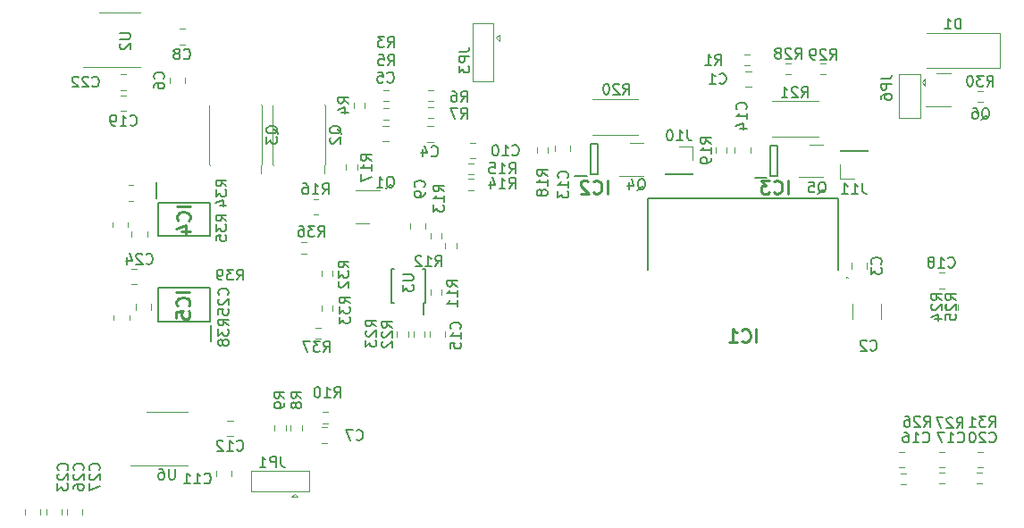
<source format=gbr>
%TF.GenerationSoftware,KiCad,Pcbnew,(6.0.1)*%
%TF.CreationDate,2022-09-27T15:52:51+02:00*%
%TF.ProjectId,WetterStationPCB,57657474-6572-4537-9461-74696f6e5043,rev?*%
%TF.SameCoordinates,Original*%
%TF.FileFunction,Legend,Bot*%
%TF.FilePolarity,Positive*%
%FSLAX46Y46*%
G04 Gerber Fmt 4.6, Leading zero omitted, Abs format (unit mm)*
G04 Created by KiCad (PCBNEW (6.0.1)) date 2022-09-27 15:52:51*
%MOMM*%
%LPD*%
G01*
G04 APERTURE LIST*
%ADD10C,0.150000*%
%ADD11C,0.254000*%
%ADD12C,0.120000*%
%ADD13C,0.200000*%
%ADD14C,0.100000*%
G04 APERTURE END LIST*
D10*
%TO.C,Q1*%
X58295238Y-127047619D02*
X58390476Y-127000000D01*
X58485714Y-126904761D01*
X58628571Y-126761904D01*
X58723809Y-126714285D01*
X58819047Y-126714285D01*
X58771428Y-126952380D02*
X58866666Y-126904761D01*
X58961904Y-126809523D01*
X59009523Y-126619047D01*
X59009523Y-126285714D01*
X58961904Y-126095238D01*
X58866666Y-126000000D01*
X58771428Y-125952380D01*
X58580952Y-125952380D01*
X58485714Y-126000000D01*
X58390476Y-126095238D01*
X58342857Y-126285714D01*
X58342857Y-126619047D01*
X58390476Y-126809523D01*
X58485714Y-126904761D01*
X58580952Y-126952380D01*
X58771428Y-126952380D01*
X57390476Y-126952380D02*
X57961904Y-126952380D01*
X57676190Y-126952380D02*
X57676190Y-125952380D01*
X57771428Y-126095238D01*
X57866666Y-126190476D01*
X57961904Y-126238095D01*
%TO.C,R24*%
X110922380Y-137657142D02*
X110446190Y-137323809D01*
X110922380Y-137085714D02*
X109922380Y-137085714D01*
X109922380Y-137466666D01*
X109970000Y-137561904D01*
X110017619Y-137609523D01*
X110112857Y-137657142D01*
X110255714Y-137657142D01*
X110350952Y-137609523D01*
X110398571Y-137561904D01*
X110446190Y-137466666D01*
X110446190Y-137085714D01*
X110017619Y-138038095D02*
X109970000Y-138085714D01*
X109922380Y-138180952D01*
X109922380Y-138419047D01*
X109970000Y-138514285D01*
X110017619Y-138561904D01*
X110112857Y-138609523D01*
X110208095Y-138609523D01*
X110350952Y-138561904D01*
X110922380Y-137990476D01*
X110922380Y-138609523D01*
X110255714Y-139466666D02*
X110922380Y-139466666D01*
X109874761Y-139228571D02*
X110589047Y-138990476D01*
X110589047Y-139609523D01*
%TO.C,R35*%
X43152380Y-130157142D02*
X42676190Y-129823809D01*
X43152380Y-129585714D02*
X42152380Y-129585714D01*
X42152380Y-129966666D01*
X42200000Y-130061904D01*
X42247619Y-130109523D01*
X42342857Y-130157142D01*
X42485714Y-130157142D01*
X42580952Y-130109523D01*
X42628571Y-130061904D01*
X42676190Y-129966666D01*
X42676190Y-129585714D01*
X42152380Y-130490476D02*
X42152380Y-131109523D01*
X42533333Y-130776190D01*
X42533333Y-130919047D01*
X42580952Y-131014285D01*
X42628571Y-131061904D01*
X42723809Y-131109523D01*
X42961904Y-131109523D01*
X43057142Y-131061904D01*
X43104761Y-131014285D01*
X43152380Y-130919047D01*
X43152380Y-130633333D01*
X43104761Y-130538095D01*
X43057142Y-130490476D01*
X42152380Y-132014285D02*
X42152380Y-131538095D01*
X42628571Y-131490476D01*
X42580952Y-131538095D01*
X42533333Y-131633333D01*
X42533333Y-131871428D01*
X42580952Y-131966666D01*
X42628571Y-132014285D01*
X42723809Y-132061904D01*
X42961904Y-132061904D01*
X43057142Y-132014285D01*
X43104761Y-131966666D01*
X43152380Y-131871428D01*
X43152380Y-131633333D01*
X43104761Y-131538095D01*
X43057142Y-131490476D01*
%TO.C,R5*%
X58454166Y-115411262D02*
X58787500Y-114935072D01*
X59025595Y-115411262D02*
X59025595Y-114411262D01*
X58644642Y-114411262D01*
X58549404Y-114458882D01*
X58501785Y-114506501D01*
X58454166Y-114601739D01*
X58454166Y-114744596D01*
X58501785Y-114839834D01*
X58549404Y-114887453D01*
X58644642Y-114935072D01*
X59025595Y-114935072D01*
X57549404Y-114411262D02*
X58025595Y-114411262D01*
X58073214Y-114887453D01*
X58025595Y-114839834D01*
X57930357Y-114792215D01*
X57692261Y-114792215D01*
X57597023Y-114839834D01*
X57549404Y-114887453D01*
X57501785Y-114982691D01*
X57501785Y-115220786D01*
X57549404Y-115316024D01*
X57597023Y-115363643D01*
X57692261Y-115411262D01*
X57930357Y-115411262D01*
X58025595Y-115363643D01*
X58073214Y-115316024D01*
%TO.C,C7*%
X55466666Y-150857142D02*
X55514285Y-150904761D01*
X55657142Y-150952380D01*
X55752380Y-150952380D01*
X55895238Y-150904761D01*
X55990476Y-150809523D01*
X56038095Y-150714285D01*
X56085714Y-150523809D01*
X56085714Y-150380952D01*
X56038095Y-150190476D01*
X55990476Y-150095238D01*
X55895238Y-150000000D01*
X55752380Y-149952380D01*
X55657142Y-149952380D01*
X55514285Y-150000000D01*
X55466666Y-150047619D01*
X55133333Y-149952380D02*
X54466666Y-149952380D01*
X54895238Y-150952380D01*
%TO.C,R7*%
X65366666Y-120452380D02*
X65700000Y-119976190D01*
X65938095Y-120452380D02*
X65938095Y-119452380D01*
X65557142Y-119452380D01*
X65461904Y-119500000D01*
X65414285Y-119547619D01*
X65366666Y-119642857D01*
X65366666Y-119785714D01*
X65414285Y-119880952D01*
X65461904Y-119928571D01*
X65557142Y-119976190D01*
X65938095Y-119976190D01*
X65033333Y-119452380D02*
X64366666Y-119452380D01*
X64795238Y-120452380D01*
%TO.C,R18*%
X73552380Y-125857142D02*
X73076190Y-125523809D01*
X73552380Y-125285714D02*
X72552380Y-125285714D01*
X72552380Y-125666666D01*
X72600000Y-125761904D01*
X72647619Y-125809523D01*
X72742857Y-125857142D01*
X72885714Y-125857142D01*
X72980952Y-125809523D01*
X73028571Y-125761904D01*
X73076190Y-125666666D01*
X73076190Y-125285714D01*
X73552380Y-126809523D02*
X73552380Y-126238095D01*
X73552380Y-126523809D02*
X72552380Y-126523809D01*
X72695238Y-126428571D01*
X72790476Y-126333333D01*
X72838095Y-126238095D01*
X72980952Y-127380952D02*
X72933333Y-127285714D01*
X72885714Y-127238095D01*
X72790476Y-127190476D01*
X72742857Y-127190476D01*
X72647619Y-127238095D01*
X72600000Y-127285714D01*
X72552380Y-127380952D01*
X72552380Y-127571428D01*
X72600000Y-127666666D01*
X72647619Y-127714285D01*
X72742857Y-127761904D01*
X72790476Y-127761904D01*
X72885714Y-127714285D01*
X72933333Y-127666666D01*
X72980952Y-127571428D01*
X72980952Y-127380952D01*
X73028571Y-127285714D01*
X73076190Y-127238095D01*
X73171428Y-127190476D01*
X73361904Y-127190476D01*
X73457142Y-127238095D01*
X73504761Y-127285714D01*
X73552380Y-127380952D01*
X73552380Y-127571428D01*
X73504761Y-127666666D01*
X73457142Y-127714285D01*
X73361904Y-127761904D01*
X73171428Y-127761904D01*
X73076190Y-127714285D01*
X73028571Y-127666666D01*
X72980952Y-127571428D01*
%TO.C,C27*%
X31057142Y-153757142D02*
X31104761Y-153709523D01*
X31152380Y-153566666D01*
X31152380Y-153471428D01*
X31104761Y-153328571D01*
X31009523Y-153233333D01*
X30914285Y-153185714D01*
X30723809Y-153138095D01*
X30580952Y-153138095D01*
X30390476Y-153185714D01*
X30295238Y-153233333D01*
X30200000Y-153328571D01*
X30152380Y-153471428D01*
X30152380Y-153566666D01*
X30200000Y-153709523D01*
X30247619Y-153757142D01*
X30247619Y-154138095D02*
X30200000Y-154185714D01*
X30152380Y-154280952D01*
X30152380Y-154519047D01*
X30200000Y-154614285D01*
X30247619Y-154661904D01*
X30342857Y-154709523D01*
X30438095Y-154709523D01*
X30580952Y-154661904D01*
X31152380Y-154090476D01*
X31152380Y-154709523D01*
X30152380Y-155042857D02*
X30152380Y-155709523D01*
X31152380Y-155280952D01*
%TO.C,R20*%
X80742857Y-118152380D02*
X81076190Y-117676190D01*
X81314285Y-118152380D02*
X81314285Y-117152380D01*
X80933333Y-117152380D01*
X80838095Y-117200000D01*
X80790476Y-117247619D01*
X80742857Y-117342857D01*
X80742857Y-117485714D01*
X80790476Y-117580952D01*
X80838095Y-117628571D01*
X80933333Y-117676190D01*
X81314285Y-117676190D01*
X80361904Y-117247619D02*
X80314285Y-117200000D01*
X80219047Y-117152380D01*
X79980952Y-117152380D01*
X79885714Y-117200000D01*
X79838095Y-117247619D01*
X79790476Y-117342857D01*
X79790476Y-117438095D01*
X79838095Y-117580952D01*
X80409523Y-118152380D01*
X79790476Y-118152380D01*
X79171428Y-117152380D02*
X79076190Y-117152380D01*
X78980952Y-117200000D01*
X78933333Y-117247619D01*
X78885714Y-117342857D01*
X78838095Y-117533333D01*
X78838095Y-117771428D01*
X78885714Y-117961904D01*
X78933333Y-118057142D01*
X78980952Y-118104761D01*
X79076190Y-118152380D01*
X79171428Y-118152380D01*
X79266666Y-118104761D01*
X79314285Y-118057142D01*
X79361904Y-117961904D01*
X79409523Y-117771428D01*
X79409523Y-117533333D01*
X79361904Y-117342857D01*
X79314285Y-117247619D01*
X79266666Y-117200000D01*
X79171428Y-117152380D01*
%TO.C,U2*%
X33052380Y-112338095D02*
X33861904Y-112338095D01*
X33957142Y-112385714D01*
X34004761Y-112433333D01*
X34052380Y-112528571D01*
X34052380Y-112719047D01*
X34004761Y-112814285D01*
X33957142Y-112861904D01*
X33861904Y-112909523D01*
X33052380Y-112909523D01*
X33147619Y-113338095D02*
X33100000Y-113385714D01*
X33052380Y-113480952D01*
X33052380Y-113719047D01*
X33100000Y-113814285D01*
X33147619Y-113861904D01*
X33242857Y-113909523D01*
X33338095Y-113909523D01*
X33480952Y-113861904D01*
X34052380Y-113290476D01*
X34052380Y-113909523D01*
%TO.C,R15*%
X69942857Y-125652380D02*
X70276190Y-125176190D01*
X70514285Y-125652380D02*
X70514285Y-124652380D01*
X70133333Y-124652380D01*
X70038095Y-124700000D01*
X69990476Y-124747619D01*
X69942857Y-124842857D01*
X69942857Y-124985714D01*
X69990476Y-125080952D01*
X70038095Y-125128571D01*
X70133333Y-125176190D01*
X70514285Y-125176190D01*
X68990476Y-125652380D02*
X69561904Y-125652380D01*
X69276190Y-125652380D02*
X69276190Y-124652380D01*
X69371428Y-124795238D01*
X69466666Y-124890476D01*
X69561904Y-124938095D01*
X68085714Y-124652380D02*
X68561904Y-124652380D01*
X68609523Y-125128571D01*
X68561904Y-125080952D01*
X68466666Y-125033333D01*
X68228571Y-125033333D01*
X68133333Y-125080952D01*
X68085714Y-125128571D01*
X68038095Y-125223809D01*
X68038095Y-125461904D01*
X68085714Y-125557142D01*
X68133333Y-125604761D01*
X68228571Y-125652380D01*
X68466666Y-125652380D01*
X68561904Y-125604761D01*
X68609523Y-125557142D01*
%TO.C,C4*%
X62566666Y-123957142D02*
X62614285Y-124004761D01*
X62757142Y-124052380D01*
X62852380Y-124052380D01*
X62995238Y-124004761D01*
X63090476Y-123909523D01*
X63138095Y-123814285D01*
X63185714Y-123623809D01*
X63185714Y-123480952D01*
X63138095Y-123290476D01*
X63090476Y-123195238D01*
X62995238Y-123100000D01*
X62852380Y-123052380D01*
X62757142Y-123052380D01*
X62614285Y-123100000D01*
X62566666Y-123147619D01*
X61709523Y-123385714D02*
X61709523Y-124052380D01*
X61947619Y-123004761D02*
X62185714Y-123719047D01*
X61566666Y-123719047D01*
%TO.C,C5*%
X58391128Y-116957142D02*
X58438747Y-117004761D01*
X58581604Y-117052380D01*
X58676842Y-117052380D01*
X58819700Y-117004761D01*
X58914938Y-116909523D01*
X58962557Y-116814285D01*
X59010176Y-116623809D01*
X59010176Y-116480952D01*
X58962557Y-116290476D01*
X58914938Y-116195238D01*
X58819700Y-116100000D01*
X58676842Y-116052380D01*
X58581604Y-116052380D01*
X58438747Y-116100000D01*
X58391128Y-116147619D01*
X57486366Y-116052380D02*
X57962557Y-116052380D01*
X58010176Y-116528571D01*
X57962557Y-116480952D01*
X57867319Y-116433333D01*
X57629223Y-116433333D01*
X57533985Y-116480952D01*
X57486366Y-116528571D01*
X57438747Y-116623809D01*
X57438747Y-116861904D01*
X57486366Y-116957142D01*
X57533985Y-117004761D01*
X57629223Y-117052380D01*
X57867319Y-117052380D01*
X57962557Y-117004761D01*
X58010176Y-116957142D01*
%TO.C,R14*%
X69942857Y-127052380D02*
X70276190Y-126576190D01*
X70514285Y-127052380D02*
X70514285Y-126052380D01*
X70133333Y-126052380D01*
X70038095Y-126100000D01*
X69990476Y-126147619D01*
X69942857Y-126242857D01*
X69942857Y-126385714D01*
X69990476Y-126480952D01*
X70038095Y-126528571D01*
X70133333Y-126576190D01*
X70514285Y-126576190D01*
X68990476Y-127052380D02*
X69561904Y-127052380D01*
X69276190Y-127052380D02*
X69276190Y-126052380D01*
X69371428Y-126195238D01*
X69466666Y-126290476D01*
X69561904Y-126338095D01*
X68133333Y-126385714D02*
X68133333Y-127052380D01*
X68371428Y-126004761D02*
X68609523Y-126719047D01*
X67990476Y-126719047D01*
%TO.C,R21*%
X97642857Y-118452380D02*
X97976190Y-117976190D01*
X98214285Y-118452380D02*
X98214285Y-117452380D01*
X97833333Y-117452380D01*
X97738095Y-117500000D01*
X97690476Y-117547619D01*
X97642857Y-117642857D01*
X97642857Y-117785714D01*
X97690476Y-117880952D01*
X97738095Y-117928571D01*
X97833333Y-117976190D01*
X98214285Y-117976190D01*
X97261904Y-117547619D02*
X97214285Y-117500000D01*
X97119047Y-117452380D01*
X96880952Y-117452380D01*
X96785714Y-117500000D01*
X96738095Y-117547619D01*
X96690476Y-117642857D01*
X96690476Y-117738095D01*
X96738095Y-117880952D01*
X97309523Y-118452380D01*
X96690476Y-118452380D01*
X95738095Y-118452380D02*
X96309523Y-118452380D01*
X96023809Y-118452380D02*
X96023809Y-117452380D01*
X96119047Y-117595238D01*
X96214285Y-117690476D01*
X96309523Y-117738095D01*
%TO.C,R16*%
X52242857Y-127602380D02*
X52576190Y-127126190D01*
X52814285Y-127602380D02*
X52814285Y-126602380D01*
X52433333Y-126602380D01*
X52338095Y-126650000D01*
X52290476Y-126697619D01*
X52242857Y-126792857D01*
X52242857Y-126935714D01*
X52290476Y-127030952D01*
X52338095Y-127078571D01*
X52433333Y-127126190D01*
X52814285Y-127126190D01*
X51290476Y-127602380D02*
X51861904Y-127602380D01*
X51576190Y-127602380D02*
X51576190Y-126602380D01*
X51671428Y-126745238D01*
X51766666Y-126840476D01*
X51861904Y-126888095D01*
X50433333Y-126602380D02*
X50623809Y-126602380D01*
X50719047Y-126650000D01*
X50766666Y-126697619D01*
X50861904Y-126840476D01*
X50909523Y-127030952D01*
X50909523Y-127411904D01*
X50861904Y-127507142D01*
X50814285Y-127554761D01*
X50719047Y-127602380D01*
X50528571Y-127602380D01*
X50433333Y-127554761D01*
X50385714Y-127507142D01*
X50338095Y-127411904D01*
X50338095Y-127173809D01*
X50385714Y-127078571D01*
X50433333Y-127030952D01*
X50528571Y-126983333D01*
X50719047Y-126983333D01*
X50814285Y-127030952D01*
X50861904Y-127078571D01*
X50909523Y-127173809D01*
%TO.C,J10*%
X86809523Y-121520589D02*
X86809523Y-122234875D01*
X86857142Y-122377732D01*
X86952380Y-122472970D01*
X87095238Y-122520589D01*
X87190476Y-122520589D01*
X85809523Y-122520589D02*
X86380952Y-122520589D01*
X86095238Y-122520589D02*
X86095238Y-121520589D01*
X86190476Y-121663447D01*
X86285714Y-121758685D01*
X86380952Y-121806304D01*
X85190476Y-121520589D02*
X85095238Y-121520589D01*
X85000000Y-121568209D01*
X84952380Y-121615828D01*
X84904761Y-121711066D01*
X84857142Y-121901542D01*
X84857142Y-122139637D01*
X84904761Y-122330113D01*
X84952380Y-122425351D01*
X85000000Y-122472970D01*
X85095238Y-122520589D01*
X85190476Y-122520589D01*
X85285714Y-122472970D01*
X85333333Y-122425351D01*
X85380952Y-122330113D01*
X85428571Y-122139637D01*
X85428571Y-121901542D01*
X85380952Y-121711066D01*
X85333333Y-121615828D01*
X85285714Y-121568209D01*
X85190476Y-121520589D01*
%TO.C,C8*%
X39104166Y-114737142D02*
X39151785Y-114784761D01*
X39294642Y-114832380D01*
X39389880Y-114832380D01*
X39532738Y-114784761D01*
X39627976Y-114689523D01*
X39675595Y-114594285D01*
X39723214Y-114403809D01*
X39723214Y-114260952D01*
X39675595Y-114070476D01*
X39627976Y-113975238D01*
X39532738Y-113880000D01*
X39389880Y-113832380D01*
X39294642Y-113832380D01*
X39151785Y-113880000D01*
X39104166Y-113927619D01*
X38532738Y-114260952D02*
X38627976Y-114213333D01*
X38675595Y-114165714D01*
X38723214Y-114070476D01*
X38723214Y-114022857D01*
X38675595Y-113927619D01*
X38627976Y-113880000D01*
X38532738Y-113832380D01*
X38342261Y-113832380D01*
X38247023Y-113880000D01*
X38199404Y-113927619D01*
X38151785Y-114022857D01*
X38151785Y-114070476D01*
X38199404Y-114165714D01*
X38247023Y-114213333D01*
X38342261Y-114260952D01*
X38532738Y-114260952D01*
X38627976Y-114308571D01*
X38675595Y-114356190D01*
X38723214Y-114451428D01*
X38723214Y-114641904D01*
X38675595Y-114737142D01*
X38627976Y-114784761D01*
X38532738Y-114832380D01*
X38342261Y-114832380D01*
X38247023Y-114784761D01*
X38199404Y-114737142D01*
X38151785Y-114641904D01*
X38151785Y-114451428D01*
X38199404Y-114356190D01*
X38247023Y-114308571D01*
X38342261Y-114260952D01*
%TO.C,R39*%
X44142857Y-135752380D02*
X44476190Y-135276190D01*
X44714285Y-135752380D02*
X44714285Y-134752380D01*
X44333333Y-134752380D01*
X44238095Y-134800000D01*
X44190476Y-134847619D01*
X44142857Y-134942857D01*
X44142857Y-135085714D01*
X44190476Y-135180952D01*
X44238095Y-135228571D01*
X44333333Y-135276190D01*
X44714285Y-135276190D01*
X43809523Y-134752380D02*
X43190476Y-134752380D01*
X43523809Y-135133333D01*
X43380952Y-135133333D01*
X43285714Y-135180952D01*
X43238095Y-135228571D01*
X43190476Y-135323809D01*
X43190476Y-135561904D01*
X43238095Y-135657142D01*
X43285714Y-135704761D01*
X43380952Y-135752380D01*
X43666666Y-135752380D01*
X43761904Y-135704761D01*
X43809523Y-135657142D01*
X42714285Y-135752380D02*
X42523809Y-135752380D01*
X42428571Y-135704761D01*
X42380952Y-135657142D01*
X42285714Y-135514285D01*
X42238095Y-135323809D01*
X42238095Y-134942857D01*
X42285714Y-134847619D01*
X42333333Y-134800000D01*
X42428571Y-134752380D01*
X42619047Y-134752380D01*
X42714285Y-134800000D01*
X42761904Y-134847619D01*
X42809523Y-134942857D01*
X42809523Y-135180952D01*
X42761904Y-135276190D01*
X42714285Y-135323809D01*
X42619047Y-135371428D01*
X42428571Y-135371428D01*
X42333333Y-135323809D01*
X42285714Y-135276190D01*
X42238095Y-135180952D01*
%TO.C,C16*%
X109142857Y-151057142D02*
X109190476Y-151104761D01*
X109333333Y-151152380D01*
X109428571Y-151152380D01*
X109571428Y-151104761D01*
X109666666Y-151009523D01*
X109714285Y-150914285D01*
X109761904Y-150723809D01*
X109761904Y-150580952D01*
X109714285Y-150390476D01*
X109666666Y-150295238D01*
X109571428Y-150200000D01*
X109428571Y-150152380D01*
X109333333Y-150152380D01*
X109190476Y-150200000D01*
X109142857Y-150247619D01*
X108190476Y-151152380D02*
X108761904Y-151152380D01*
X108476190Y-151152380D02*
X108476190Y-150152380D01*
X108571428Y-150295238D01*
X108666666Y-150390476D01*
X108761904Y-150438095D01*
X107333333Y-150152380D02*
X107523809Y-150152380D01*
X107619047Y-150200000D01*
X107666666Y-150247619D01*
X107761904Y-150390476D01*
X107809523Y-150580952D01*
X107809523Y-150961904D01*
X107761904Y-151057142D01*
X107714285Y-151104761D01*
X107619047Y-151152380D01*
X107428571Y-151152380D01*
X107333333Y-151104761D01*
X107285714Y-151057142D01*
X107238095Y-150961904D01*
X107238095Y-150723809D01*
X107285714Y-150628571D01*
X107333333Y-150580952D01*
X107428571Y-150533333D01*
X107619047Y-150533333D01*
X107714285Y-150580952D01*
X107761904Y-150628571D01*
X107809523Y-150723809D01*
%TO.C,JP6*%
X105173761Y-116683288D02*
X105888047Y-116683288D01*
X106030904Y-116635669D01*
X106126142Y-116540431D01*
X106173761Y-116397574D01*
X106173761Y-116302336D01*
X106173761Y-117159479D02*
X105173761Y-117159479D01*
X105173761Y-117540431D01*
X105221381Y-117635669D01*
X105269000Y-117683288D01*
X105364238Y-117730907D01*
X105507095Y-117730907D01*
X105602333Y-117683288D01*
X105649952Y-117635669D01*
X105697571Y-117540431D01*
X105697571Y-117159479D01*
X105173761Y-118588050D02*
X105173761Y-118397574D01*
X105221381Y-118302336D01*
X105269000Y-118254717D01*
X105411857Y-118159479D01*
X105602333Y-118111860D01*
X105983285Y-118111860D01*
X106078523Y-118159479D01*
X106126142Y-118207098D01*
X106173761Y-118302336D01*
X106173761Y-118492812D01*
X106126142Y-118588050D01*
X106078523Y-118635669D01*
X105983285Y-118683288D01*
X105745190Y-118683288D01*
X105649952Y-118635669D01*
X105602333Y-118588050D01*
X105554714Y-118492812D01*
X105554714Y-118302336D01*
X105602333Y-118207098D01*
X105649952Y-118159479D01*
X105745190Y-118111860D01*
%TO.C,R19*%
X89059880Y-122807142D02*
X88583690Y-122473809D01*
X89059880Y-122235714D02*
X88059880Y-122235714D01*
X88059880Y-122616666D01*
X88107500Y-122711904D01*
X88155119Y-122759523D01*
X88250357Y-122807142D01*
X88393214Y-122807142D01*
X88488452Y-122759523D01*
X88536071Y-122711904D01*
X88583690Y-122616666D01*
X88583690Y-122235714D01*
X89059880Y-123759523D02*
X89059880Y-123188095D01*
X89059880Y-123473809D02*
X88059880Y-123473809D01*
X88202738Y-123378571D01*
X88297976Y-123283333D01*
X88345595Y-123188095D01*
X89059880Y-124235714D02*
X89059880Y-124426190D01*
X89012261Y-124521428D01*
X88964642Y-124569047D01*
X88821785Y-124664285D01*
X88631309Y-124711904D01*
X88250357Y-124711904D01*
X88155119Y-124664285D01*
X88107500Y-124616666D01*
X88059880Y-124521428D01*
X88059880Y-124330952D01*
X88107500Y-124235714D01*
X88155119Y-124188095D01*
X88250357Y-124140476D01*
X88488452Y-124140476D01*
X88583690Y-124188095D01*
X88631309Y-124235714D01*
X88678928Y-124330952D01*
X88678928Y-124521428D01*
X88631309Y-124616666D01*
X88583690Y-124664285D01*
X88488452Y-124711904D01*
%TO.C,C1*%
X89866666Y-117057142D02*
X89914285Y-117104761D01*
X90057142Y-117152380D01*
X90152380Y-117152380D01*
X90295238Y-117104761D01*
X90390476Y-117009523D01*
X90438095Y-116914285D01*
X90485714Y-116723809D01*
X90485714Y-116580952D01*
X90438095Y-116390476D01*
X90390476Y-116295238D01*
X90295238Y-116200000D01*
X90152380Y-116152380D01*
X90057142Y-116152380D01*
X89914285Y-116200000D01*
X89866666Y-116247619D01*
X88914285Y-117152380D02*
X89485714Y-117152380D01*
X89200000Y-117152380D02*
X89200000Y-116152380D01*
X89295238Y-116295238D01*
X89390476Y-116390476D01*
X89485714Y-116438095D01*
%TO.C,R10*%
X53377304Y-146871037D02*
X53710637Y-146394847D01*
X53948732Y-146871037D02*
X53948732Y-145871037D01*
X53567780Y-145871037D01*
X53472542Y-145918657D01*
X53424923Y-145966276D01*
X53377304Y-146061514D01*
X53377304Y-146204371D01*
X53424923Y-146299609D01*
X53472542Y-146347228D01*
X53567780Y-146394847D01*
X53948732Y-146394847D01*
X52424923Y-146871037D02*
X52996351Y-146871037D01*
X52710637Y-146871037D02*
X52710637Y-145871037D01*
X52805875Y-146013895D01*
X52901113Y-146109133D01*
X52996351Y-146156752D01*
X51805875Y-145871037D02*
X51710637Y-145871037D01*
X51615399Y-145918657D01*
X51567780Y-145966276D01*
X51520161Y-146061514D01*
X51472542Y-146251990D01*
X51472542Y-146490085D01*
X51520161Y-146680561D01*
X51567780Y-146775799D01*
X51615399Y-146823418D01*
X51710637Y-146871037D01*
X51805875Y-146871037D01*
X51901113Y-146823418D01*
X51948732Y-146775799D01*
X51996351Y-146680561D01*
X52043970Y-146490085D01*
X52043970Y-146251990D01*
X51996351Y-146061514D01*
X51948732Y-145966276D01*
X51901113Y-145918657D01*
X51805875Y-145871037D01*
%TO.C,U6*%
X38261904Y-153652380D02*
X38261904Y-154461904D01*
X38214285Y-154557142D01*
X38166666Y-154604761D01*
X38071428Y-154652380D01*
X37880952Y-154652380D01*
X37785714Y-154604761D01*
X37738095Y-154557142D01*
X37690476Y-154461904D01*
X37690476Y-153652380D01*
X36785714Y-153652380D02*
X36976190Y-153652380D01*
X37071428Y-153700000D01*
X37119047Y-153747619D01*
X37214285Y-153890476D01*
X37261904Y-154080952D01*
X37261904Y-154461904D01*
X37214285Y-154557142D01*
X37166666Y-154604761D01*
X37071428Y-154652380D01*
X36880952Y-154652380D01*
X36785714Y-154604761D01*
X36738095Y-154557142D01*
X36690476Y-154461904D01*
X36690476Y-154223809D01*
X36738095Y-154128571D01*
X36785714Y-154080952D01*
X36880952Y-154033333D01*
X37071428Y-154033333D01*
X37166666Y-154080952D01*
X37214285Y-154128571D01*
X37261904Y-154223809D01*
%TO.C,C10*%
X70242857Y-123857142D02*
X70290476Y-123904761D01*
X70433333Y-123952380D01*
X70528571Y-123952380D01*
X70671428Y-123904761D01*
X70766666Y-123809523D01*
X70814285Y-123714285D01*
X70861904Y-123523809D01*
X70861904Y-123380952D01*
X70814285Y-123190476D01*
X70766666Y-123095238D01*
X70671428Y-123000000D01*
X70528571Y-122952380D01*
X70433333Y-122952380D01*
X70290476Y-123000000D01*
X70242857Y-123047619D01*
X69290476Y-123952380D02*
X69861904Y-123952380D01*
X69576190Y-123952380D02*
X69576190Y-122952380D01*
X69671428Y-123095238D01*
X69766666Y-123190476D01*
X69861904Y-123238095D01*
X68671428Y-122952380D02*
X68576190Y-122952380D01*
X68480952Y-123000000D01*
X68433333Y-123047619D01*
X68385714Y-123142857D01*
X68338095Y-123333333D01*
X68338095Y-123571428D01*
X68385714Y-123761904D01*
X68433333Y-123857142D01*
X68480952Y-123904761D01*
X68576190Y-123952380D01*
X68671428Y-123952380D01*
X68766666Y-123904761D01*
X68814285Y-123857142D01*
X68861904Y-123761904D01*
X68909523Y-123571428D01*
X68909523Y-123333333D01*
X68861904Y-123142857D01*
X68814285Y-123047619D01*
X68766666Y-123000000D01*
X68671428Y-122952380D01*
%TO.C,R6*%
X65366666Y-118852380D02*
X65700000Y-118376190D01*
X65938095Y-118852380D02*
X65938095Y-117852380D01*
X65557142Y-117852380D01*
X65461904Y-117900000D01*
X65414285Y-117947619D01*
X65366666Y-118042857D01*
X65366666Y-118185714D01*
X65414285Y-118280952D01*
X65461904Y-118328571D01*
X65557142Y-118376190D01*
X65938095Y-118376190D01*
X64509523Y-117852380D02*
X64700000Y-117852380D01*
X64795238Y-117900000D01*
X64842857Y-117947619D01*
X64938095Y-118090476D01*
X64985714Y-118280952D01*
X64985714Y-118661904D01*
X64938095Y-118757142D01*
X64890476Y-118804761D01*
X64795238Y-118852380D01*
X64604761Y-118852380D01*
X64509523Y-118804761D01*
X64461904Y-118757142D01*
X64414285Y-118661904D01*
X64414285Y-118423809D01*
X64461904Y-118328571D01*
X64509523Y-118280952D01*
X64604761Y-118233333D01*
X64795238Y-118233333D01*
X64890476Y-118280952D01*
X64938095Y-118328571D01*
X64985714Y-118423809D01*
%TO.C,R17*%
X56882380Y-124444642D02*
X56406190Y-124111309D01*
X56882380Y-123873214D02*
X55882380Y-123873214D01*
X55882380Y-124254166D01*
X55930000Y-124349404D01*
X55977619Y-124397023D01*
X56072857Y-124444642D01*
X56215714Y-124444642D01*
X56310952Y-124397023D01*
X56358571Y-124349404D01*
X56406190Y-124254166D01*
X56406190Y-123873214D01*
X56882380Y-125397023D02*
X56882380Y-124825595D01*
X56882380Y-125111309D02*
X55882380Y-125111309D01*
X56025238Y-125016071D01*
X56120476Y-124920833D01*
X56168095Y-124825595D01*
X55882380Y-125730357D02*
X55882380Y-126397023D01*
X56882380Y-125968452D01*
%TO.C,R25*%
X112282380Y-137657142D02*
X111806190Y-137323809D01*
X112282380Y-137085714D02*
X111282380Y-137085714D01*
X111282380Y-137466666D01*
X111330000Y-137561904D01*
X111377619Y-137609523D01*
X111472857Y-137657142D01*
X111615714Y-137657142D01*
X111710952Y-137609523D01*
X111758571Y-137561904D01*
X111806190Y-137466666D01*
X111806190Y-137085714D01*
X111377619Y-138038095D02*
X111330000Y-138085714D01*
X111282380Y-138180952D01*
X111282380Y-138419047D01*
X111330000Y-138514285D01*
X111377619Y-138561904D01*
X111472857Y-138609523D01*
X111568095Y-138609523D01*
X111710952Y-138561904D01*
X112282380Y-137990476D01*
X112282380Y-138609523D01*
X111282380Y-139514285D02*
X111282380Y-139038095D01*
X111758571Y-138990476D01*
X111710952Y-139038095D01*
X111663333Y-139133333D01*
X111663333Y-139371428D01*
X111710952Y-139466666D01*
X111758571Y-139514285D01*
X111853809Y-139561904D01*
X112091904Y-139561904D01*
X112187142Y-139514285D01*
X112234761Y-139466666D01*
X112282380Y-139371428D01*
X112282380Y-139133333D01*
X112234761Y-139038095D01*
X112187142Y-138990476D01*
%TO.C,R36*%
X51842857Y-131622380D02*
X52176190Y-131146190D01*
X52414285Y-131622380D02*
X52414285Y-130622380D01*
X52033333Y-130622380D01*
X51938095Y-130670000D01*
X51890476Y-130717619D01*
X51842857Y-130812857D01*
X51842857Y-130955714D01*
X51890476Y-131050952D01*
X51938095Y-131098571D01*
X52033333Y-131146190D01*
X52414285Y-131146190D01*
X51509523Y-130622380D02*
X50890476Y-130622380D01*
X51223809Y-131003333D01*
X51080952Y-131003333D01*
X50985714Y-131050952D01*
X50938095Y-131098571D01*
X50890476Y-131193809D01*
X50890476Y-131431904D01*
X50938095Y-131527142D01*
X50985714Y-131574761D01*
X51080952Y-131622380D01*
X51366666Y-131622380D01*
X51461904Y-131574761D01*
X51509523Y-131527142D01*
X50033333Y-130622380D02*
X50223809Y-130622380D01*
X50319047Y-130670000D01*
X50366666Y-130717619D01*
X50461904Y-130860476D01*
X50509523Y-131050952D01*
X50509523Y-131431904D01*
X50461904Y-131527142D01*
X50414285Y-131574761D01*
X50319047Y-131622380D01*
X50128571Y-131622380D01*
X50033333Y-131574761D01*
X49985714Y-131527142D01*
X49938095Y-131431904D01*
X49938095Y-131193809D01*
X49985714Y-131098571D01*
X50033333Y-131050952D01*
X50128571Y-131003333D01*
X50319047Y-131003333D01*
X50414285Y-131050952D01*
X50461904Y-131098571D01*
X50509523Y-131193809D01*
%TO.C,JP1*%
X48308333Y-152477380D02*
X48308333Y-153191666D01*
X48355952Y-153334523D01*
X48451190Y-153429761D01*
X48594047Y-153477380D01*
X48689285Y-153477380D01*
X47832142Y-153477380D02*
X47832142Y-152477380D01*
X47451190Y-152477380D01*
X47355952Y-152525000D01*
X47308333Y-152572619D01*
X47260714Y-152667857D01*
X47260714Y-152810714D01*
X47308333Y-152905952D01*
X47355952Y-152953571D01*
X47451190Y-153001190D01*
X47832142Y-153001190D01*
X46308333Y-153477380D02*
X46879761Y-153477380D01*
X46594047Y-153477380D02*
X46594047Y-152477380D01*
X46689285Y-152620238D01*
X46784523Y-152715476D01*
X46879761Y-152763095D01*
%TO.C,R38*%
X43352380Y-140057142D02*
X42876190Y-139723809D01*
X43352380Y-139485714D02*
X42352380Y-139485714D01*
X42352380Y-139866666D01*
X42400000Y-139961904D01*
X42447619Y-140009523D01*
X42542857Y-140057142D01*
X42685714Y-140057142D01*
X42780952Y-140009523D01*
X42828571Y-139961904D01*
X42876190Y-139866666D01*
X42876190Y-139485714D01*
X42352380Y-140390476D02*
X42352380Y-141009523D01*
X42733333Y-140676190D01*
X42733333Y-140819047D01*
X42780952Y-140914285D01*
X42828571Y-140961904D01*
X42923809Y-141009523D01*
X43161904Y-141009523D01*
X43257142Y-140961904D01*
X43304761Y-140914285D01*
X43352380Y-140819047D01*
X43352380Y-140533333D01*
X43304761Y-140438095D01*
X43257142Y-140390476D01*
X42780952Y-141580952D02*
X42733333Y-141485714D01*
X42685714Y-141438095D01*
X42590476Y-141390476D01*
X42542857Y-141390476D01*
X42447619Y-141438095D01*
X42400000Y-141485714D01*
X42352380Y-141580952D01*
X42352380Y-141771428D01*
X42400000Y-141866666D01*
X42447619Y-141914285D01*
X42542857Y-141961904D01*
X42590476Y-141961904D01*
X42685714Y-141914285D01*
X42733333Y-141866666D01*
X42780952Y-141771428D01*
X42780952Y-141580952D01*
X42828571Y-141485714D01*
X42876190Y-141438095D01*
X42971428Y-141390476D01*
X43161904Y-141390476D01*
X43257142Y-141438095D01*
X43304761Y-141485714D01*
X43352380Y-141580952D01*
X43352380Y-141771428D01*
X43304761Y-141866666D01*
X43257142Y-141914285D01*
X43161904Y-141961904D01*
X42971428Y-141961904D01*
X42876190Y-141914285D01*
X42828571Y-141866666D01*
X42780952Y-141771428D01*
%TO.C,Q3*%
X48047619Y-121904761D02*
X48000000Y-121809523D01*
X47904761Y-121714285D01*
X47761904Y-121571428D01*
X47714285Y-121476190D01*
X47714285Y-121380952D01*
X47952380Y-121428571D02*
X47904761Y-121333333D01*
X47809523Y-121238095D01*
X47619047Y-121190476D01*
X47285714Y-121190476D01*
X47095238Y-121238095D01*
X47000000Y-121333333D01*
X46952380Y-121428571D01*
X46952380Y-121619047D01*
X47000000Y-121714285D01*
X47095238Y-121809523D01*
X47285714Y-121857142D01*
X47619047Y-121857142D01*
X47809523Y-121809523D01*
X47904761Y-121714285D01*
X47952380Y-121619047D01*
X47952380Y-121428571D01*
X46952380Y-122190476D02*
X46952380Y-122809523D01*
X47333333Y-122476190D01*
X47333333Y-122619047D01*
X47380952Y-122714285D01*
X47428571Y-122761904D01*
X47523809Y-122809523D01*
X47761904Y-122809523D01*
X47857142Y-122761904D01*
X47904761Y-122714285D01*
X47952380Y-122619047D01*
X47952380Y-122333333D01*
X47904761Y-122238095D01*
X47857142Y-122190476D01*
%TO.C,Q6*%
X114695238Y-120547619D02*
X114790476Y-120500000D01*
X114885714Y-120404761D01*
X115028571Y-120261904D01*
X115123809Y-120214285D01*
X115219047Y-120214285D01*
X115171428Y-120452380D02*
X115266666Y-120404761D01*
X115361904Y-120309523D01*
X115409523Y-120119047D01*
X115409523Y-119785714D01*
X115361904Y-119595238D01*
X115266666Y-119500000D01*
X115171428Y-119452380D01*
X114980952Y-119452380D01*
X114885714Y-119500000D01*
X114790476Y-119595238D01*
X114742857Y-119785714D01*
X114742857Y-120119047D01*
X114790476Y-120309523D01*
X114885714Y-120404761D01*
X114980952Y-120452380D01*
X115171428Y-120452380D01*
X113885714Y-119452380D02*
X114076190Y-119452380D01*
X114171428Y-119500000D01*
X114219047Y-119547619D01*
X114314285Y-119690476D01*
X114361904Y-119880952D01*
X114361904Y-120261904D01*
X114314285Y-120357142D01*
X114266666Y-120404761D01*
X114171428Y-120452380D01*
X113980952Y-120452380D01*
X113885714Y-120404761D01*
X113838095Y-120357142D01*
X113790476Y-120261904D01*
X113790476Y-120023809D01*
X113838095Y-119928571D01*
X113885714Y-119880952D01*
X113980952Y-119833333D01*
X114171428Y-119833333D01*
X114266666Y-119880952D01*
X114314285Y-119928571D01*
X114361904Y-120023809D01*
%TO.C,C13*%
X75457142Y-126057142D02*
X75504761Y-126009523D01*
X75552380Y-125866666D01*
X75552380Y-125771428D01*
X75504761Y-125628571D01*
X75409523Y-125533333D01*
X75314285Y-125485714D01*
X75123809Y-125438095D01*
X74980952Y-125438095D01*
X74790476Y-125485714D01*
X74695238Y-125533333D01*
X74600000Y-125628571D01*
X74552380Y-125771428D01*
X74552380Y-125866666D01*
X74600000Y-126009523D01*
X74647619Y-126057142D01*
X75552380Y-127009523D02*
X75552380Y-126438095D01*
X75552380Y-126723809D02*
X74552380Y-126723809D01*
X74695238Y-126628571D01*
X74790476Y-126533333D01*
X74838095Y-126438095D01*
X74552380Y-127342857D02*
X74552380Y-127961904D01*
X74933333Y-127628571D01*
X74933333Y-127771428D01*
X74980952Y-127866666D01*
X75028571Y-127914285D01*
X75123809Y-127961904D01*
X75361904Y-127961904D01*
X75457142Y-127914285D01*
X75504761Y-127866666D01*
X75552380Y-127771428D01*
X75552380Y-127485714D01*
X75504761Y-127390476D01*
X75457142Y-127342857D01*
%TO.C,C18*%
X111542857Y-134477142D02*
X111590476Y-134524761D01*
X111733333Y-134572380D01*
X111828571Y-134572380D01*
X111971428Y-134524761D01*
X112066666Y-134429523D01*
X112114285Y-134334285D01*
X112161904Y-134143809D01*
X112161904Y-134000952D01*
X112114285Y-133810476D01*
X112066666Y-133715238D01*
X111971428Y-133620000D01*
X111828571Y-133572380D01*
X111733333Y-133572380D01*
X111590476Y-133620000D01*
X111542857Y-133667619D01*
X110590476Y-134572380D02*
X111161904Y-134572380D01*
X110876190Y-134572380D02*
X110876190Y-133572380D01*
X110971428Y-133715238D01*
X111066666Y-133810476D01*
X111161904Y-133858095D01*
X110019047Y-134000952D02*
X110114285Y-133953333D01*
X110161904Y-133905714D01*
X110209523Y-133810476D01*
X110209523Y-133762857D01*
X110161904Y-133667619D01*
X110114285Y-133620000D01*
X110019047Y-133572380D01*
X109828571Y-133572380D01*
X109733333Y-133620000D01*
X109685714Y-133667619D01*
X109638095Y-133762857D01*
X109638095Y-133810476D01*
X109685714Y-133905714D01*
X109733333Y-133953333D01*
X109828571Y-134000952D01*
X110019047Y-134000952D01*
X110114285Y-134048571D01*
X110161904Y-134096190D01*
X110209523Y-134191428D01*
X110209523Y-134381904D01*
X110161904Y-134477142D01*
X110114285Y-134524761D01*
X110019047Y-134572380D01*
X109828571Y-134572380D01*
X109733333Y-134524761D01*
X109685714Y-134477142D01*
X109638095Y-134381904D01*
X109638095Y-134191428D01*
X109685714Y-134096190D01*
X109733333Y-134048571D01*
X109828571Y-134000952D01*
%TO.C,Q4*%
X82095238Y-127247619D02*
X82190476Y-127200000D01*
X82285714Y-127104761D01*
X82428571Y-126961904D01*
X82523809Y-126914285D01*
X82619047Y-126914285D01*
X82571428Y-127152380D02*
X82666666Y-127104761D01*
X82761904Y-127009523D01*
X82809523Y-126819047D01*
X82809523Y-126485714D01*
X82761904Y-126295238D01*
X82666666Y-126200000D01*
X82571428Y-126152380D01*
X82380952Y-126152380D01*
X82285714Y-126200000D01*
X82190476Y-126295238D01*
X82142857Y-126485714D01*
X82142857Y-126819047D01*
X82190476Y-127009523D01*
X82285714Y-127104761D01*
X82380952Y-127152380D01*
X82571428Y-127152380D01*
X81285714Y-126485714D02*
X81285714Y-127152380D01*
X81523809Y-126104761D02*
X81761904Y-126819047D01*
X81142857Y-126819047D01*
%TO.C,C25*%
X43257142Y-137157142D02*
X43304761Y-137109523D01*
X43352380Y-136966666D01*
X43352380Y-136871428D01*
X43304761Y-136728571D01*
X43209523Y-136633333D01*
X43114285Y-136585714D01*
X42923809Y-136538095D01*
X42780952Y-136538095D01*
X42590476Y-136585714D01*
X42495238Y-136633333D01*
X42400000Y-136728571D01*
X42352380Y-136871428D01*
X42352380Y-136966666D01*
X42400000Y-137109523D01*
X42447619Y-137157142D01*
X42447619Y-137538095D02*
X42400000Y-137585714D01*
X42352380Y-137680952D01*
X42352380Y-137919047D01*
X42400000Y-138014285D01*
X42447619Y-138061904D01*
X42542857Y-138109523D01*
X42638095Y-138109523D01*
X42780952Y-138061904D01*
X43352380Y-137490476D01*
X43352380Y-138109523D01*
X42352380Y-139014285D02*
X42352380Y-138538095D01*
X42828571Y-138490476D01*
X42780952Y-138538095D01*
X42733333Y-138633333D01*
X42733333Y-138871428D01*
X42780952Y-138966666D01*
X42828571Y-139014285D01*
X42923809Y-139061904D01*
X43161904Y-139061904D01*
X43257142Y-139014285D01*
X43304761Y-138966666D01*
X43352380Y-138871428D01*
X43352380Y-138633333D01*
X43304761Y-138538095D01*
X43257142Y-138490476D01*
%TO.C,Q2*%
X54047619Y-121904761D02*
X54000000Y-121809523D01*
X53904761Y-121714285D01*
X53761904Y-121571428D01*
X53714285Y-121476190D01*
X53714285Y-121380952D01*
X53952380Y-121428571D02*
X53904761Y-121333333D01*
X53809523Y-121238095D01*
X53619047Y-121190476D01*
X53285714Y-121190476D01*
X53095238Y-121238095D01*
X53000000Y-121333333D01*
X52952380Y-121428571D01*
X52952380Y-121619047D01*
X53000000Y-121714285D01*
X53095238Y-121809523D01*
X53285714Y-121857142D01*
X53619047Y-121857142D01*
X53809523Y-121809523D01*
X53904761Y-121714285D01*
X53952380Y-121619047D01*
X53952380Y-121428571D01*
X53047619Y-122238095D02*
X53000000Y-122285714D01*
X52952380Y-122380952D01*
X52952380Y-122619047D01*
X53000000Y-122714285D01*
X53047619Y-122761904D01*
X53142857Y-122809523D01*
X53238095Y-122809523D01*
X53380952Y-122761904D01*
X53952380Y-122190476D01*
X53952380Y-122809523D01*
%TO.C,Q5*%
X99195238Y-127547619D02*
X99290476Y-127500000D01*
X99385714Y-127404761D01*
X99528571Y-127261904D01*
X99623809Y-127214285D01*
X99719047Y-127214285D01*
X99671428Y-127452380D02*
X99766666Y-127404761D01*
X99861904Y-127309523D01*
X99909523Y-127119047D01*
X99909523Y-126785714D01*
X99861904Y-126595238D01*
X99766666Y-126500000D01*
X99671428Y-126452380D01*
X99480952Y-126452380D01*
X99385714Y-126500000D01*
X99290476Y-126595238D01*
X99242857Y-126785714D01*
X99242857Y-127119047D01*
X99290476Y-127309523D01*
X99385714Y-127404761D01*
X99480952Y-127452380D01*
X99671428Y-127452380D01*
X98338095Y-126452380D02*
X98814285Y-126452380D01*
X98861904Y-126928571D01*
X98814285Y-126880952D01*
X98719047Y-126833333D01*
X98480952Y-126833333D01*
X98385714Y-126880952D01*
X98338095Y-126928571D01*
X98290476Y-127023809D01*
X98290476Y-127261904D01*
X98338095Y-127357142D01*
X98385714Y-127404761D01*
X98480952Y-127452380D01*
X98719047Y-127452380D01*
X98814285Y-127404761D01*
X98861904Y-127357142D01*
%TO.C,R34*%
X43152380Y-126857142D02*
X42676190Y-126523809D01*
X43152380Y-126285714D02*
X42152380Y-126285714D01*
X42152380Y-126666666D01*
X42200000Y-126761904D01*
X42247619Y-126809523D01*
X42342857Y-126857142D01*
X42485714Y-126857142D01*
X42580952Y-126809523D01*
X42628571Y-126761904D01*
X42676190Y-126666666D01*
X42676190Y-126285714D01*
X42152380Y-127190476D02*
X42152380Y-127809523D01*
X42533333Y-127476190D01*
X42533333Y-127619047D01*
X42580952Y-127714285D01*
X42628571Y-127761904D01*
X42723809Y-127809523D01*
X42961904Y-127809523D01*
X43057142Y-127761904D01*
X43104761Y-127714285D01*
X43152380Y-127619047D01*
X43152380Y-127333333D01*
X43104761Y-127238095D01*
X43057142Y-127190476D01*
X42485714Y-128666666D02*
X43152380Y-128666666D01*
X42104761Y-128428571D02*
X42819047Y-128190476D01*
X42819047Y-128809523D01*
D11*
%TO.C,IC5*%
X39674523Y-136860238D02*
X38404523Y-136860238D01*
X39553571Y-138190714D02*
X39614047Y-138130238D01*
X39674523Y-137948809D01*
X39674523Y-137827857D01*
X39614047Y-137646428D01*
X39493095Y-137525476D01*
X39372142Y-137465000D01*
X39130238Y-137404523D01*
X38948809Y-137404523D01*
X38706904Y-137465000D01*
X38585952Y-137525476D01*
X38465000Y-137646428D01*
X38404523Y-137827857D01*
X38404523Y-137948809D01*
X38465000Y-138130238D01*
X38525476Y-138190714D01*
X38404523Y-139339761D02*
X38404523Y-138735000D01*
X39009285Y-138674523D01*
X38948809Y-138735000D01*
X38888333Y-138855952D01*
X38888333Y-139158333D01*
X38948809Y-139279285D01*
X39009285Y-139339761D01*
X39130238Y-139400238D01*
X39432619Y-139400238D01*
X39553571Y-139339761D01*
X39614047Y-139279285D01*
X39674523Y-139158333D01*
X39674523Y-138855952D01*
X39614047Y-138735000D01*
X39553571Y-138674523D01*
D10*
%TO.C,R26*%
X109242857Y-149652380D02*
X109576190Y-149176190D01*
X109814285Y-149652380D02*
X109814285Y-148652380D01*
X109433333Y-148652380D01*
X109338095Y-148700000D01*
X109290476Y-148747619D01*
X109242857Y-148842857D01*
X109242857Y-148985714D01*
X109290476Y-149080952D01*
X109338095Y-149128571D01*
X109433333Y-149176190D01*
X109814285Y-149176190D01*
X108861904Y-148747619D02*
X108814285Y-148700000D01*
X108719047Y-148652380D01*
X108480952Y-148652380D01*
X108385714Y-148700000D01*
X108338095Y-148747619D01*
X108290476Y-148842857D01*
X108290476Y-148938095D01*
X108338095Y-149080952D01*
X108909523Y-149652380D01*
X108290476Y-149652380D01*
X107433333Y-148652380D02*
X107623809Y-148652380D01*
X107719047Y-148700000D01*
X107766666Y-148747619D01*
X107861904Y-148890476D01*
X107909523Y-149080952D01*
X107909523Y-149461904D01*
X107861904Y-149557142D01*
X107814285Y-149604761D01*
X107719047Y-149652380D01*
X107528571Y-149652380D01*
X107433333Y-149604761D01*
X107385714Y-149557142D01*
X107338095Y-149461904D01*
X107338095Y-149223809D01*
X107385714Y-149128571D01*
X107433333Y-149080952D01*
X107528571Y-149033333D01*
X107719047Y-149033333D01*
X107814285Y-149080952D01*
X107861904Y-149128571D01*
X107909523Y-149223809D01*
D11*
%TO.C,IC3*%
X96339761Y-127574523D02*
X96339761Y-126304523D01*
X95009285Y-127453571D02*
X95069761Y-127514047D01*
X95251190Y-127574523D01*
X95372142Y-127574523D01*
X95553571Y-127514047D01*
X95674523Y-127393095D01*
X95735000Y-127272142D01*
X95795476Y-127030238D01*
X95795476Y-126848809D01*
X95735000Y-126606904D01*
X95674523Y-126485952D01*
X95553571Y-126365000D01*
X95372142Y-126304523D01*
X95251190Y-126304523D01*
X95069761Y-126365000D01*
X95009285Y-126425476D01*
X94585952Y-126304523D02*
X93799761Y-126304523D01*
X94223095Y-126788333D01*
X94041666Y-126788333D01*
X93920714Y-126848809D01*
X93860238Y-126909285D01*
X93799761Y-127030238D01*
X93799761Y-127332619D01*
X93860238Y-127453571D01*
X93920714Y-127514047D01*
X94041666Y-127574523D01*
X94404523Y-127574523D01*
X94525476Y-127514047D01*
X94585952Y-127453571D01*
D10*
%TO.C,R30*%
X115208110Y-117388054D02*
X115541443Y-116911864D01*
X115779538Y-117388054D02*
X115779538Y-116388054D01*
X115398586Y-116388054D01*
X115303348Y-116435674D01*
X115255729Y-116483293D01*
X115208110Y-116578531D01*
X115208110Y-116721388D01*
X115255729Y-116816626D01*
X115303348Y-116864245D01*
X115398586Y-116911864D01*
X115779538Y-116911864D01*
X114874776Y-116388054D02*
X114255729Y-116388054D01*
X114589062Y-116769007D01*
X114446205Y-116769007D01*
X114350967Y-116816626D01*
X114303348Y-116864245D01*
X114255729Y-116959483D01*
X114255729Y-117197578D01*
X114303348Y-117292816D01*
X114350967Y-117340435D01*
X114446205Y-117388054D01*
X114731919Y-117388054D01*
X114827157Y-117340435D01*
X114874776Y-117292816D01*
X113636681Y-116388054D02*
X113541443Y-116388054D01*
X113446205Y-116435674D01*
X113398586Y-116483293D01*
X113350967Y-116578531D01*
X113303348Y-116769007D01*
X113303348Y-117007102D01*
X113350967Y-117197578D01*
X113398586Y-117292816D01*
X113446205Y-117340435D01*
X113541443Y-117388054D01*
X113636681Y-117388054D01*
X113731919Y-117340435D01*
X113779538Y-117292816D01*
X113827157Y-117197578D01*
X113874776Y-117007102D01*
X113874776Y-116769007D01*
X113827157Y-116578531D01*
X113779538Y-116483293D01*
X113731919Y-116435674D01*
X113636681Y-116388054D01*
%TO.C,C19*%
X34042857Y-121027789D02*
X34090476Y-121075408D01*
X34233333Y-121123027D01*
X34328571Y-121123027D01*
X34471428Y-121075408D01*
X34566666Y-120980170D01*
X34614285Y-120884932D01*
X34661904Y-120694456D01*
X34661904Y-120551599D01*
X34614285Y-120361123D01*
X34566666Y-120265885D01*
X34471428Y-120170647D01*
X34328571Y-120123027D01*
X34233333Y-120123027D01*
X34090476Y-120170647D01*
X34042857Y-120218266D01*
X33090476Y-121123027D02*
X33661904Y-121123027D01*
X33376190Y-121123027D02*
X33376190Y-120123027D01*
X33471428Y-120265885D01*
X33566666Y-120361123D01*
X33661904Y-120408742D01*
X32614285Y-121123027D02*
X32423809Y-121123027D01*
X32328571Y-121075408D01*
X32280952Y-121027789D01*
X32185714Y-120884932D01*
X32138095Y-120694456D01*
X32138095Y-120313504D01*
X32185714Y-120218266D01*
X32233333Y-120170647D01*
X32328571Y-120123027D01*
X32519047Y-120123027D01*
X32614285Y-120170647D01*
X32661904Y-120218266D01*
X32709523Y-120313504D01*
X32709523Y-120551599D01*
X32661904Y-120646837D01*
X32614285Y-120694456D01*
X32519047Y-120742075D01*
X32328571Y-120742075D01*
X32233333Y-120694456D01*
X32185714Y-120646837D01*
X32138095Y-120551599D01*
%TO.C,C20*%
X115442857Y-151057142D02*
X115490476Y-151104761D01*
X115633333Y-151152380D01*
X115728571Y-151152380D01*
X115871428Y-151104761D01*
X115966666Y-151009523D01*
X116014285Y-150914285D01*
X116061904Y-150723809D01*
X116061904Y-150580952D01*
X116014285Y-150390476D01*
X115966666Y-150295238D01*
X115871428Y-150200000D01*
X115728571Y-150152380D01*
X115633333Y-150152380D01*
X115490476Y-150200000D01*
X115442857Y-150247619D01*
X115061904Y-150247619D02*
X115014285Y-150200000D01*
X114919047Y-150152380D01*
X114680952Y-150152380D01*
X114585714Y-150200000D01*
X114538095Y-150247619D01*
X114490476Y-150342857D01*
X114490476Y-150438095D01*
X114538095Y-150580952D01*
X115109523Y-151152380D01*
X114490476Y-151152380D01*
X113871428Y-150152380D02*
X113776190Y-150152380D01*
X113680952Y-150200000D01*
X113633333Y-150247619D01*
X113585714Y-150342857D01*
X113538095Y-150533333D01*
X113538095Y-150771428D01*
X113585714Y-150961904D01*
X113633333Y-151057142D01*
X113680952Y-151104761D01*
X113776190Y-151152380D01*
X113871428Y-151152380D01*
X113966666Y-151104761D01*
X114014285Y-151057142D01*
X114061904Y-150961904D01*
X114109523Y-150771428D01*
X114109523Y-150533333D01*
X114061904Y-150342857D01*
X114014285Y-150247619D01*
X113966666Y-150200000D01*
X113871428Y-150152380D01*
%TO.C,C22*%
X30442857Y-117357142D02*
X30490476Y-117404761D01*
X30633333Y-117452380D01*
X30728571Y-117452380D01*
X30871428Y-117404761D01*
X30966666Y-117309523D01*
X31014285Y-117214285D01*
X31061904Y-117023809D01*
X31061904Y-116880952D01*
X31014285Y-116690476D01*
X30966666Y-116595238D01*
X30871428Y-116500000D01*
X30728571Y-116452380D01*
X30633333Y-116452380D01*
X30490476Y-116500000D01*
X30442857Y-116547619D01*
X30061904Y-116547619D02*
X30014285Y-116500000D01*
X29919047Y-116452380D01*
X29680952Y-116452380D01*
X29585714Y-116500000D01*
X29538095Y-116547619D01*
X29490476Y-116642857D01*
X29490476Y-116738095D01*
X29538095Y-116880952D01*
X30109523Y-117452380D01*
X29490476Y-117452380D01*
X29109523Y-116547619D02*
X29061904Y-116500000D01*
X28966666Y-116452380D01*
X28728571Y-116452380D01*
X28633333Y-116500000D01*
X28585714Y-116547619D01*
X28538095Y-116642857D01*
X28538095Y-116738095D01*
X28585714Y-116880952D01*
X29157142Y-117452380D01*
X28538095Y-117452380D01*
%TO.C,R22*%
X58852380Y-140246061D02*
X58376190Y-139912728D01*
X58852380Y-139674633D02*
X57852380Y-139674633D01*
X57852380Y-140055585D01*
X57900000Y-140150823D01*
X57947619Y-140198442D01*
X58042857Y-140246061D01*
X58185714Y-140246061D01*
X58280952Y-140198442D01*
X58328571Y-140150823D01*
X58376190Y-140055585D01*
X58376190Y-139674633D01*
X57947619Y-140627014D02*
X57900000Y-140674633D01*
X57852380Y-140769871D01*
X57852380Y-141007966D01*
X57900000Y-141103204D01*
X57947619Y-141150823D01*
X58042857Y-141198442D01*
X58138095Y-141198442D01*
X58280952Y-141150823D01*
X58852380Y-140579395D01*
X58852380Y-141198442D01*
X57947619Y-141579395D02*
X57900000Y-141627014D01*
X57852380Y-141722252D01*
X57852380Y-141960347D01*
X57900000Y-142055585D01*
X57947619Y-142103204D01*
X58042857Y-142150823D01*
X58138095Y-142150823D01*
X58280952Y-142103204D01*
X58852380Y-141531776D01*
X58852380Y-142150823D01*
%TO.C,C9*%
X61857142Y-126933333D02*
X61904761Y-126885714D01*
X61952380Y-126742857D01*
X61952380Y-126647619D01*
X61904761Y-126504761D01*
X61809523Y-126409523D01*
X61714285Y-126361904D01*
X61523809Y-126314285D01*
X61380952Y-126314285D01*
X61190476Y-126361904D01*
X61095238Y-126409523D01*
X61000000Y-126504761D01*
X60952380Y-126647619D01*
X60952380Y-126742857D01*
X61000000Y-126885714D01*
X61047619Y-126933333D01*
X61952380Y-127409523D02*
X61952380Y-127600000D01*
X61904761Y-127695238D01*
X61857142Y-127742857D01*
X61714285Y-127838095D01*
X61523809Y-127885714D01*
X61142857Y-127885714D01*
X61047619Y-127838095D01*
X61000000Y-127790476D01*
X60952380Y-127695238D01*
X60952380Y-127504761D01*
X61000000Y-127409523D01*
X61047619Y-127361904D01*
X61142857Y-127314285D01*
X61380952Y-127314285D01*
X61476190Y-127361904D01*
X61523809Y-127409523D01*
X61571428Y-127504761D01*
X61571428Y-127695238D01*
X61523809Y-127790476D01*
X61476190Y-127838095D01*
X61380952Y-127885714D01*
%TO.C,R9*%
X48652380Y-146933333D02*
X48176190Y-146600000D01*
X48652380Y-146361904D02*
X47652380Y-146361904D01*
X47652380Y-146742857D01*
X47700000Y-146838095D01*
X47747619Y-146885714D01*
X47842857Y-146933333D01*
X47985714Y-146933333D01*
X48080952Y-146885714D01*
X48128571Y-146838095D01*
X48176190Y-146742857D01*
X48176190Y-146361904D01*
X48652380Y-147409523D02*
X48652380Y-147600000D01*
X48604761Y-147695238D01*
X48557142Y-147742857D01*
X48414285Y-147838095D01*
X48223809Y-147885714D01*
X47842857Y-147885714D01*
X47747619Y-147838095D01*
X47700000Y-147790476D01*
X47652380Y-147695238D01*
X47652380Y-147504761D01*
X47700000Y-147409523D01*
X47747619Y-147361904D01*
X47842857Y-147314285D01*
X48080952Y-147314285D01*
X48176190Y-147361904D01*
X48223809Y-147409523D01*
X48271428Y-147504761D01*
X48271428Y-147695238D01*
X48223809Y-147790476D01*
X48176190Y-147838095D01*
X48080952Y-147885714D01*
%TO.C,C17*%
X112442857Y-151057142D02*
X112490476Y-151104761D01*
X112633333Y-151152380D01*
X112728571Y-151152380D01*
X112871428Y-151104761D01*
X112966666Y-151009523D01*
X113014285Y-150914285D01*
X113061904Y-150723809D01*
X113061904Y-150580952D01*
X113014285Y-150390476D01*
X112966666Y-150295238D01*
X112871428Y-150200000D01*
X112728571Y-150152380D01*
X112633333Y-150152380D01*
X112490476Y-150200000D01*
X112442857Y-150247619D01*
X111490476Y-151152380D02*
X112061904Y-151152380D01*
X111776190Y-151152380D02*
X111776190Y-150152380D01*
X111871428Y-150295238D01*
X111966666Y-150390476D01*
X112061904Y-150438095D01*
X111157142Y-150152380D02*
X110490476Y-150152380D01*
X110919047Y-151152380D01*
%TO.C,R4*%
X54725671Y-118999522D02*
X54249481Y-118666189D01*
X54725671Y-118428093D02*
X53725671Y-118428093D01*
X53725671Y-118809046D01*
X53773291Y-118904284D01*
X53820910Y-118951903D01*
X53916148Y-118999522D01*
X54059005Y-118999522D01*
X54154243Y-118951903D01*
X54201862Y-118904284D01*
X54249481Y-118809046D01*
X54249481Y-118428093D01*
X54059005Y-119856665D02*
X54725671Y-119856665D01*
X53678052Y-119618569D02*
X54392338Y-119380474D01*
X54392338Y-119999522D01*
%TO.C,R27*%
X112342857Y-149752380D02*
X112676190Y-149276190D01*
X112914285Y-149752380D02*
X112914285Y-148752380D01*
X112533333Y-148752380D01*
X112438095Y-148800000D01*
X112390476Y-148847619D01*
X112342857Y-148942857D01*
X112342857Y-149085714D01*
X112390476Y-149180952D01*
X112438095Y-149228571D01*
X112533333Y-149276190D01*
X112914285Y-149276190D01*
X111961904Y-148847619D02*
X111914285Y-148800000D01*
X111819047Y-148752380D01*
X111580952Y-148752380D01*
X111485714Y-148800000D01*
X111438095Y-148847619D01*
X111390476Y-148942857D01*
X111390476Y-149038095D01*
X111438095Y-149180952D01*
X112009523Y-149752380D01*
X111390476Y-149752380D01*
X111057142Y-148752380D02*
X110390476Y-148752380D01*
X110819047Y-149752380D01*
%TO.C,U3*%
X59852380Y-135238095D02*
X60661904Y-135238095D01*
X60757142Y-135285714D01*
X60804761Y-135333333D01*
X60852380Y-135428571D01*
X60852380Y-135619047D01*
X60804761Y-135714285D01*
X60757142Y-135761904D01*
X60661904Y-135809523D01*
X59852380Y-135809523D01*
X59852380Y-136190476D02*
X59852380Y-136809523D01*
X60233333Y-136476190D01*
X60233333Y-136619047D01*
X60280952Y-136714285D01*
X60328571Y-136761904D01*
X60423809Y-136809523D01*
X60661904Y-136809523D01*
X60757142Y-136761904D01*
X60804761Y-136714285D01*
X60852380Y-136619047D01*
X60852380Y-136333333D01*
X60804761Y-136238095D01*
X60757142Y-136190476D01*
%TO.C,C6*%
X37177142Y-116670833D02*
X37224761Y-116623214D01*
X37272380Y-116480357D01*
X37272380Y-116385119D01*
X37224761Y-116242261D01*
X37129523Y-116147023D01*
X37034285Y-116099404D01*
X36843809Y-116051785D01*
X36700952Y-116051785D01*
X36510476Y-116099404D01*
X36415238Y-116147023D01*
X36320000Y-116242261D01*
X36272380Y-116385119D01*
X36272380Y-116480357D01*
X36320000Y-116623214D01*
X36367619Y-116670833D01*
X36272380Y-117527976D02*
X36272380Y-117337500D01*
X36320000Y-117242261D01*
X36367619Y-117194642D01*
X36510476Y-117099404D01*
X36700952Y-117051785D01*
X37081904Y-117051785D01*
X37177142Y-117099404D01*
X37224761Y-117147023D01*
X37272380Y-117242261D01*
X37272380Y-117432738D01*
X37224761Y-117527976D01*
X37177142Y-117575595D01*
X37081904Y-117623214D01*
X36843809Y-117623214D01*
X36748571Y-117575595D01*
X36700952Y-117527976D01*
X36653333Y-117432738D01*
X36653333Y-117242261D01*
X36700952Y-117147023D01*
X36748571Y-117099404D01*
X36843809Y-117051785D01*
%TO.C,R29*%
X100342857Y-114852380D02*
X100676190Y-114376190D01*
X100914285Y-114852380D02*
X100914285Y-113852380D01*
X100533333Y-113852380D01*
X100438095Y-113900000D01*
X100390476Y-113947619D01*
X100342857Y-114042857D01*
X100342857Y-114185714D01*
X100390476Y-114280952D01*
X100438095Y-114328571D01*
X100533333Y-114376190D01*
X100914285Y-114376190D01*
X99961904Y-113947619D02*
X99914285Y-113900000D01*
X99819047Y-113852380D01*
X99580952Y-113852380D01*
X99485714Y-113900000D01*
X99438095Y-113947619D01*
X99390476Y-114042857D01*
X99390476Y-114138095D01*
X99438095Y-114280952D01*
X100009523Y-114852380D01*
X99390476Y-114852380D01*
X98914285Y-114852380D02*
X98723809Y-114852380D01*
X98628571Y-114804761D01*
X98580952Y-114757142D01*
X98485714Y-114614285D01*
X98438095Y-114423809D01*
X98438095Y-114042857D01*
X98485714Y-113947619D01*
X98533333Y-113900000D01*
X98628571Y-113852380D01*
X98819047Y-113852380D01*
X98914285Y-113900000D01*
X98961904Y-113947619D01*
X99009523Y-114042857D01*
X99009523Y-114280952D01*
X98961904Y-114376190D01*
X98914285Y-114423809D01*
X98819047Y-114471428D01*
X98628571Y-114471428D01*
X98533333Y-114423809D01*
X98485714Y-114376190D01*
X98438095Y-114280952D01*
%TO.C,R32*%
X54752380Y-134557142D02*
X54276190Y-134223809D01*
X54752380Y-133985714D02*
X53752380Y-133985714D01*
X53752380Y-134366666D01*
X53800000Y-134461904D01*
X53847619Y-134509523D01*
X53942857Y-134557142D01*
X54085714Y-134557142D01*
X54180952Y-134509523D01*
X54228571Y-134461904D01*
X54276190Y-134366666D01*
X54276190Y-133985714D01*
X53752380Y-134890476D02*
X53752380Y-135509523D01*
X54133333Y-135176190D01*
X54133333Y-135319047D01*
X54180952Y-135414285D01*
X54228571Y-135461904D01*
X54323809Y-135509523D01*
X54561904Y-135509523D01*
X54657142Y-135461904D01*
X54704761Y-135414285D01*
X54752380Y-135319047D01*
X54752380Y-135033333D01*
X54704761Y-134938095D01*
X54657142Y-134890476D01*
X53847619Y-135890476D02*
X53800000Y-135938095D01*
X53752380Y-136033333D01*
X53752380Y-136271428D01*
X53800000Y-136366666D01*
X53847619Y-136414285D01*
X53942857Y-136461904D01*
X54038095Y-136461904D01*
X54180952Y-136414285D01*
X54752380Y-135842857D01*
X54752380Y-136461904D01*
%TO.C,C11*%
X41042857Y-154957142D02*
X41090476Y-155004761D01*
X41233333Y-155052380D01*
X41328571Y-155052380D01*
X41471428Y-155004761D01*
X41566666Y-154909523D01*
X41614285Y-154814285D01*
X41661904Y-154623809D01*
X41661904Y-154480952D01*
X41614285Y-154290476D01*
X41566666Y-154195238D01*
X41471428Y-154100000D01*
X41328571Y-154052380D01*
X41233333Y-154052380D01*
X41090476Y-154100000D01*
X41042857Y-154147619D01*
X40090476Y-155052380D02*
X40661904Y-155052380D01*
X40376190Y-155052380D02*
X40376190Y-154052380D01*
X40471428Y-154195238D01*
X40566666Y-154290476D01*
X40661904Y-154338095D01*
X39138095Y-155052380D02*
X39709523Y-155052380D01*
X39423809Y-155052380D02*
X39423809Y-154052380D01*
X39519047Y-154195238D01*
X39614285Y-154290476D01*
X39709523Y-154338095D01*
D11*
%TO.C,IC1*%
X93324507Y-141651928D02*
X93324507Y-140381928D01*
X91994031Y-141530976D02*
X92054507Y-141591452D01*
X92235936Y-141651928D01*
X92356888Y-141651928D01*
X92538317Y-141591452D01*
X92659269Y-141470500D01*
X92719746Y-141349547D01*
X92780222Y-141107643D01*
X92780222Y-140926214D01*
X92719746Y-140684309D01*
X92659269Y-140563357D01*
X92538317Y-140442405D01*
X92356888Y-140381928D01*
X92235936Y-140381928D01*
X92054507Y-140442405D01*
X91994031Y-140502881D01*
X90784507Y-141651928D02*
X91510222Y-141651928D01*
X91147365Y-141651928D02*
X91147365Y-140381928D01*
X91268317Y-140563357D01*
X91389269Y-140684309D01*
X91510222Y-140744785D01*
D10*
%TO.C,C12*%
X44142857Y-151837142D02*
X44190476Y-151884761D01*
X44333333Y-151932380D01*
X44428571Y-151932380D01*
X44571428Y-151884761D01*
X44666666Y-151789523D01*
X44714285Y-151694285D01*
X44761904Y-151503809D01*
X44761904Y-151360952D01*
X44714285Y-151170476D01*
X44666666Y-151075238D01*
X44571428Y-150980000D01*
X44428571Y-150932380D01*
X44333333Y-150932380D01*
X44190476Y-150980000D01*
X44142857Y-151027619D01*
X43190476Y-151932380D02*
X43761904Y-151932380D01*
X43476190Y-151932380D02*
X43476190Y-150932380D01*
X43571428Y-151075238D01*
X43666666Y-151170476D01*
X43761904Y-151218095D01*
X42809523Y-151027619D02*
X42761904Y-150980000D01*
X42666666Y-150932380D01*
X42428571Y-150932380D01*
X42333333Y-150980000D01*
X42285714Y-151027619D01*
X42238095Y-151122857D01*
X42238095Y-151218095D01*
X42285714Y-151360952D01*
X42857142Y-151932380D01*
X42238095Y-151932380D01*
%TO.C,C23*%
X28057142Y-153757142D02*
X28104761Y-153709523D01*
X28152380Y-153566666D01*
X28152380Y-153471428D01*
X28104761Y-153328571D01*
X28009523Y-153233333D01*
X27914285Y-153185714D01*
X27723809Y-153138095D01*
X27580952Y-153138095D01*
X27390476Y-153185714D01*
X27295238Y-153233333D01*
X27200000Y-153328571D01*
X27152380Y-153471428D01*
X27152380Y-153566666D01*
X27200000Y-153709523D01*
X27247619Y-153757142D01*
X27247619Y-154138095D02*
X27200000Y-154185714D01*
X27152380Y-154280952D01*
X27152380Y-154519047D01*
X27200000Y-154614285D01*
X27247619Y-154661904D01*
X27342857Y-154709523D01*
X27438095Y-154709523D01*
X27580952Y-154661904D01*
X28152380Y-154090476D01*
X28152380Y-154709523D01*
X27152380Y-155042857D02*
X27152380Y-155661904D01*
X27533333Y-155328571D01*
X27533333Y-155471428D01*
X27580952Y-155566666D01*
X27628571Y-155614285D01*
X27723809Y-155661904D01*
X27961904Y-155661904D01*
X28057142Y-155614285D01*
X28104761Y-155566666D01*
X28152380Y-155471428D01*
X28152380Y-155185714D01*
X28104761Y-155090476D01*
X28057142Y-155042857D01*
%TO.C,C24*%
X35542857Y-134157142D02*
X35590476Y-134204761D01*
X35733333Y-134252380D01*
X35828571Y-134252380D01*
X35971428Y-134204761D01*
X36066666Y-134109523D01*
X36114285Y-134014285D01*
X36161904Y-133823809D01*
X36161904Y-133680952D01*
X36114285Y-133490476D01*
X36066666Y-133395238D01*
X35971428Y-133300000D01*
X35828571Y-133252380D01*
X35733333Y-133252380D01*
X35590476Y-133300000D01*
X35542857Y-133347619D01*
X35161904Y-133347619D02*
X35114285Y-133300000D01*
X35019047Y-133252380D01*
X34780952Y-133252380D01*
X34685714Y-133300000D01*
X34638095Y-133347619D01*
X34590476Y-133442857D01*
X34590476Y-133538095D01*
X34638095Y-133680952D01*
X35209523Y-134252380D01*
X34590476Y-134252380D01*
X33733333Y-133585714D02*
X33733333Y-134252380D01*
X33971428Y-133204761D02*
X34209523Y-133919047D01*
X33590476Y-133919047D01*
%TO.C,C14*%
X92357142Y-119557142D02*
X92404761Y-119509523D01*
X92452380Y-119366666D01*
X92452380Y-119271428D01*
X92404761Y-119128571D01*
X92309523Y-119033333D01*
X92214285Y-118985714D01*
X92023809Y-118938095D01*
X91880952Y-118938095D01*
X91690476Y-118985714D01*
X91595238Y-119033333D01*
X91500000Y-119128571D01*
X91452380Y-119271428D01*
X91452380Y-119366666D01*
X91500000Y-119509523D01*
X91547619Y-119557142D01*
X92452380Y-120509523D02*
X92452380Y-119938095D01*
X92452380Y-120223809D02*
X91452380Y-120223809D01*
X91595238Y-120128571D01*
X91690476Y-120033333D01*
X91738095Y-119938095D01*
X91785714Y-121366666D02*
X92452380Y-121366666D01*
X91404761Y-121128571D02*
X92119047Y-120890476D01*
X92119047Y-121509523D01*
%TO.C,R12*%
X62942857Y-134452380D02*
X63276190Y-133976190D01*
X63514285Y-134452380D02*
X63514285Y-133452380D01*
X63133333Y-133452380D01*
X63038095Y-133500000D01*
X62990476Y-133547619D01*
X62942857Y-133642857D01*
X62942857Y-133785714D01*
X62990476Y-133880952D01*
X63038095Y-133928571D01*
X63133333Y-133976190D01*
X63514285Y-133976190D01*
X61990476Y-134452380D02*
X62561904Y-134452380D01*
X62276190Y-134452380D02*
X62276190Y-133452380D01*
X62371428Y-133595238D01*
X62466666Y-133690476D01*
X62561904Y-133738095D01*
X61609523Y-133547619D02*
X61561904Y-133500000D01*
X61466666Y-133452380D01*
X61228571Y-133452380D01*
X61133333Y-133500000D01*
X61085714Y-133547619D01*
X61038095Y-133642857D01*
X61038095Y-133738095D01*
X61085714Y-133880952D01*
X61657142Y-134452380D01*
X61038095Y-134452380D01*
%TO.C,R11*%
X65052380Y-136357142D02*
X64576190Y-136023809D01*
X65052380Y-135785714D02*
X64052380Y-135785714D01*
X64052380Y-136166666D01*
X64100000Y-136261904D01*
X64147619Y-136309523D01*
X64242857Y-136357142D01*
X64385714Y-136357142D01*
X64480952Y-136309523D01*
X64528571Y-136261904D01*
X64576190Y-136166666D01*
X64576190Y-135785714D01*
X65052380Y-137309523D02*
X65052380Y-136738095D01*
X65052380Y-137023809D02*
X64052380Y-137023809D01*
X64195238Y-136928571D01*
X64290476Y-136833333D01*
X64338095Y-136738095D01*
X65052380Y-138261904D02*
X65052380Y-137690476D01*
X65052380Y-137976190D02*
X64052380Y-137976190D01*
X64195238Y-137880952D01*
X64290476Y-137785714D01*
X64338095Y-137690476D01*
%TO.C,D1*%
X112738095Y-111952380D02*
X112738095Y-110952380D01*
X112500000Y-110952380D01*
X112357142Y-111000000D01*
X112261904Y-111095238D01*
X112214285Y-111190476D01*
X112166666Y-111380952D01*
X112166666Y-111523809D01*
X112214285Y-111714285D01*
X112261904Y-111809523D01*
X112357142Y-111904761D01*
X112500000Y-111952380D01*
X112738095Y-111952380D01*
X111214285Y-111952380D02*
X111785714Y-111952380D01*
X111500000Y-111952380D02*
X111500000Y-110952380D01*
X111595238Y-111095238D01*
X111690476Y-111190476D01*
X111785714Y-111238095D01*
D11*
%TO.C,IC2*%
X79239761Y-127574523D02*
X79239761Y-126304523D01*
X77909285Y-127453571D02*
X77969761Y-127514047D01*
X78151190Y-127574523D01*
X78272142Y-127574523D01*
X78453571Y-127514047D01*
X78574523Y-127393095D01*
X78635000Y-127272142D01*
X78695476Y-127030238D01*
X78695476Y-126848809D01*
X78635000Y-126606904D01*
X78574523Y-126485952D01*
X78453571Y-126365000D01*
X78272142Y-126304523D01*
X78151190Y-126304523D01*
X77969761Y-126365000D01*
X77909285Y-126425476D01*
X77425476Y-126425476D02*
X77365000Y-126365000D01*
X77244047Y-126304523D01*
X76941666Y-126304523D01*
X76820714Y-126365000D01*
X76760238Y-126425476D01*
X76699761Y-126546428D01*
X76699761Y-126667380D01*
X76760238Y-126848809D01*
X77485952Y-127574523D01*
X76699761Y-127574523D01*
D10*
%TO.C,C2*%
X104166666Y-142357142D02*
X104214285Y-142404761D01*
X104357142Y-142452380D01*
X104452380Y-142452380D01*
X104595238Y-142404761D01*
X104690476Y-142309523D01*
X104738095Y-142214285D01*
X104785714Y-142023809D01*
X104785714Y-141880952D01*
X104738095Y-141690476D01*
X104690476Y-141595238D01*
X104595238Y-141500000D01*
X104452380Y-141452380D01*
X104357142Y-141452380D01*
X104214285Y-141500000D01*
X104166666Y-141547619D01*
X103785714Y-141547619D02*
X103738095Y-141500000D01*
X103642857Y-141452380D01*
X103404761Y-141452380D01*
X103309523Y-141500000D01*
X103261904Y-141547619D01*
X103214285Y-141642857D01*
X103214285Y-141738095D01*
X103261904Y-141880952D01*
X103833333Y-142452380D01*
X103214285Y-142452380D01*
%TO.C,R23*%
X57352380Y-140157142D02*
X56876190Y-139823809D01*
X57352380Y-139585714D02*
X56352380Y-139585714D01*
X56352380Y-139966666D01*
X56400000Y-140061904D01*
X56447619Y-140109523D01*
X56542857Y-140157142D01*
X56685714Y-140157142D01*
X56780952Y-140109523D01*
X56828571Y-140061904D01*
X56876190Y-139966666D01*
X56876190Y-139585714D01*
X56447619Y-140538095D02*
X56400000Y-140585714D01*
X56352380Y-140680952D01*
X56352380Y-140919047D01*
X56400000Y-141014285D01*
X56447619Y-141061904D01*
X56542857Y-141109523D01*
X56638095Y-141109523D01*
X56780952Y-141061904D01*
X57352380Y-140490476D01*
X57352380Y-141109523D01*
X56352380Y-141442857D02*
X56352380Y-142061904D01*
X56733333Y-141728571D01*
X56733333Y-141871428D01*
X56780952Y-141966666D01*
X56828571Y-142014285D01*
X56923809Y-142061904D01*
X57161904Y-142061904D01*
X57257142Y-142014285D01*
X57304761Y-141966666D01*
X57352380Y-141871428D01*
X57352380Y-141585714D01*
X57304761Y-141490476D01*
X57257142Y-141442857D01*
%TO.C,R28*%
X97042857Y-114778630D02*
X97376190Y-114302440D01*
X97614285Y-114778630D02*
X97614285Y-113778630D01*
X97233333Y-113778630D01*
X97138095Y-113826250D01*
X97090476Y-113873869D01*
X97042857Y-113969107D01*
X97042857Y-114111964D01*
X97090476Y-114207202D01*
X97138095Y-114254821D01*
X97233333Y-114302440D01*
X97614285Y-114302440D01*
X96661904Y-113873869D02*
X96614285Y-113826250D01*
X96519047Y-113778630D01*
X96280952Y-113778630D01*
X96185714Y-113826250D01*
X96138095Y-113873869D01*
X96090476Y-113969107D01*
X96090476Y-114064345D01*
X96138095Y-114207202D01*
X96709523Y-114778630D01*
X96090476Y-114778630D01*
X95519047Y-114207202D02*
X95614285Y-114159583D01*
X95661904Y-114111964D01*
X95709523Y-114016726D01*
X95709523Y-113969107D01*
X95661904Y-113873869D01*
X95614285Y-113826250D01*
X95519047Y-113778630D01*
X95328571Y-113778630D01*
X95233333Y-113826250D01*
X95185714Y-113873869D01*
X95138095Y-113969107D01*
X95138095Y-114016726D01*
X95185714Y-114111964D01*
X95233333Y-114159583D01*
X95328571Y-114207202D01*
X95519047Y-114207202D01*
X95614285Y-114254821D01*
X95661904Y-114302440D01*
X95709523Y-114397678D01*
X95709523Y-114588154D01*
X95661904Y-114683392D01*
X95614285Y-114731011D01*
X95519047Y-114778630D01*
X95328571Y-114778630D01*
X95233333Y-114731011D01*
X95185714Y-114683392D01*
X95138095Y-114588154D01*
X95138095Y-114397678D01*
X95185714Y-114302440D01*
X95233333Y-114254821D01*
X95328571Y-114207202D01*
%TO.C,R37*%
X52342857Y-142552380D02*
X52676190Y-142076190D01*
X52914285Y-142552380D02*
X52914285Y-141552380D01*
X52533333Y-141552380D01*
X52438095Y-141600000D01*
X52390476Y-141647619D01*
X52342857Y-141742857D01*
X52342857Y-141885714D01*
X52390476Y-141980952D01*
X52438095Y-142028571D01*
X52533333Y-142076190D01*
X52914285Y-142076190D01*
X52009523Y-141552380D02*
X51390476Y-141552380D01*
X51723809Y-141933333D01*
X51580952Y-141933333D01*
X51485714Y-141980952D01*
X51438095Y-142028571D01*
X51390476Y-142123809D01*
X51390476Y-142361904D01*
X51438095Y-142457142D01*
X51485714Y-142504761D01*
X51580952Y-142552380D01*
X51866666Y-142552380D01*
X51961904Y-142504761D01*
X52009523Y-142457142D01*
X51057142Y-141552380D02*
X50390476Y-141552380D01*
X50819047Y-142552380D01*
%TO.C,J11*%
X103409523Y-126582380D02*
X103409523Y-127296666D01*
X103457142Y-127439523D01*
X103552380Y-127534761D01*
X103695238Y-127582380D01*
X103790476Y-127582380D01*
X102409523Y-127582380D02*
X102980952Y-127582380D01*
X102695238Y-127582380D02*
X102695238Y-126582380D01*
X102790476Y-126725238D01*
X102885714Y-126820476D01*
X102980952Y-126868095D01*
X101457142Y-127582380D02*
X102028571Y-127582380D01*
X101742857Y-127582380D02*
X101742857Y-126582380D01*
X101838095Y-126725238D01*
X101933333Y-126820476D01*
X102028571Y-126868095D01*
%TO.C,R33*%
X54852380Y-137957142D02*
X54376190Y-137623809D01*
X54852380Y-137385714D02*
X53852380Y-137385714D01*
X53852380Y-137766666D01*
X53900000Y-137861904D01*
X53947619Y-137909523D01*
X54042857Y-137957142D01*
X54185714Y-137957142D01*
X54280952Y-137909523D01*
X54328571Y-137861904D01*
X54376190Y-137766666D01*
X54376190Y-137385714D01*
X53852380Y-138290476D02*
X53852380Y-138909523D01*
X54233333Y-138576190D01*
X54233333Y-138719047D01*
X54280952Y-138814285D01*
X54328571Y-138861904D01*
X54423809Y-138909523D01*
X54661904Y-138909523D01*
X54757142Y-138861904D01*
X54804761Y-138814285D01*
X54852380Y-138719047D01*
X54852380Y-138433333D01*
X54804761Y-138338095D01*
X54757142Y-138290476D01*
X53852380Y-139242857D02*
X53852380Y-139861904D01*
X54233333Y-139528571D01*
X54233333Y-139671428D01*
X54280952Y-139766666D01*
X54328571Y-139814285D01*
X54423809Y-139861904D01*
X54661904Y-139861904D01*
X54757142Y-139814285D01*
X54804761Y-139766666D01*
X54852380Y-139671428D01*
X54852380Y-139385714D01*
X54804761Y-139290476D01*
X54757142Y-139242857D01*
%TO.C,C3*%
X105137142Y-134233333D02*
X105184761Y-134185714D01*
X105232380Y-134042857D01*
X105232380Y-133947619D01*
X105184761Y-133804761D01*
X105089523Y-133709523D01*
X104994285Y-133661904D01*
X104803809Y-133614285D01*
X104660952Y-133614285D01*
X104470476Y-133661904D01*
X104375238Y-133709523D01*
X104280000Y-133804761D01*
X104232380Y-133947619D01*
X104232380Y-134042857D01*
X104280000Y-134185714D01*
X104327619Y-134233333D01*
X104232380Y-134566666D02*
X104232380Y-135185714D01*
X104613333Y-134852380D01*
X104613333Y-134995238D01*
X104660952Y-135090476D01*
X104708571Y-135138095D01*
X104803809Y-135185714D01*
X105041904Y-135185714D01*
X105137142Y-135138095D01*
X105184761Y-135090476D01*
X105232380Y-134995238D01*
X105232380Y-134709523D01*
X105184761Y-134614285D01*
X105137142Y-134566666D01*
%TO.C,R3*%
X58426149Y-113681240D02*
X58759483Y-113205050D01*
X58997578Y-113681240D02*
X58997578Y-112681240D01*
X58616625Y-112681240D01*
X58521387Y-112728860D01*
X58473768Y-112776479D01*
X58426149Y-112871717D01*
X58426149Y-113014574D01*
X58473768Y-113109812D01*
X58521387Y-113157431D01*
X58616625Y-113205050D01*
X58997578Y-113205050D01*
X58092816Y-112681240D02*
X57473768Y-112681240D01*
X57807102Y-113062193D01*
X57664244Y-113062193D01*
X57569006Y-113109812D01*
X57521387Y-113157431D01*
X57473768Y-113252669D01*
X57473768Y-113490764D01*
X57521387Y-113586002D01*
X57569006Y-113633621D01*
X57664244Y-113681240D01*
X57949959Y-113681240D01*
X58045197Y-113633621D01*
X58092816Y-113586002D01*
%TO.C,JP3*%
X65177380Y-114091666D02*
X65891666Y-114091666D01*
X66034523Y-114044047D01*
X66129761Y-113948809D01*
X66177380Y-113805952D01*
X66177380Y-113710714D01*
X66177380Y-114567857D02*
X65177380Y-114567857D01*
X65177380Y-114948809D01*
X65225000Y-115044047D01*
X65272619Y-115091666D01*
X65367857Y-115139285D01*
X65510714Y-115139285D01*
X65605952Y-115091666D01*
X65653571Y-115044047D01*
X65701190Y-114948809D01*
X65701190Y-114567857D01*
X65177380Y-115472619D02*
X65177380Y-116091666D01*
X65558333Y-115758333D01*
X65558333Y-115901190D01*
X65605952Y-115996428D01*
X65653571Y-116044047D01*
X65748809Y-116091666D01*
X65986904Y-116091666D01*
X66082142Y-116044047D01*
X66129761Y-115996428D01*
X66177380Y-115901190D01*
X66177380Y-115615476D01*
X66129761Y-115520238D01*
X66082142Y-115472619D01*
%TO.C,R31*%
X115442857Y-149652380D02*
X115776190Y-149176190D01*
X116014285Y-149652380D02*
X116014285Y-148652380D01*
X115633333Y-148652380D01*
X115538095Y-148700000D01*
X115490476Y-148747619D01*
X115442857Y-148842857D01*
X115442857Y-148985714D01*
X115490476Y-149080952D01*
X115538095Y-149128571D01*
X115633333Y-149176190D01*
X116014285Y-149176190D01*
X115109523Y-148652380D02*
X114490476Y-148652380D01*
X114823809Y-149033333D01*
X114680952Y-149033333D01*
X114585714Y-149080952D01*
X114538095Y-149128571D01*
X114490476Y-149223809D01*
X114490476Y-149461904D01*
X114538095Y-149557142D01*
X114585714Y-149604761D01*
X114680952Y-149652380D01*
X114966666Y-149652380D01*
X115061904Y-149604761D01*
X115109523Y-149557142D01*
X113538095Y-149652380D02*
X114109523Y-149652380D01*
X113823809Y-149652380D02*
X113823809Y-148652380D01*
X113919047Y-148795238D01*
X114014285Y-148890476D01*
X114109523Y-148938095D01*
%TO.C,C26*%
X29557142Y-153757142D02*
X29604761Y-153709523D01*
X29652380Y-153566666D01*
X29652380Y-153471428D01*
X29604761Y-153328571D01*
X29509523Y-153233333D01*
X29414285Y-153185714D01*
X29223809Y-153138095D01*
X29080952Y-153138095D01*
X28890476Y-153185714D01*
X28795238Y-153233333D01*
X28700000Y-153328571D01*
X28652380Y-153471428D01*
X28652380Y-153566666D01*
X28700000Y-153709523D01*
X28747619Y-153757142D01*
X28747619Y-154138095D02*
X28700000Y-154185714D01*
X28652380Y-154280952D01*
X28652380Y-154519047D01*
X28700000Y-154614285D01*
X28747619Y-154661904D01*
X28842857Y-154709523D01*
X28938095Y-154709523D01*
X29080952Y-154661904D01*
X29652380Y-154090476D01*
X29652380Y-154709523D01*
X28652380Y-155566666D02*
X28652380Y-155376190D01*
X28700000Y-155280952D01*
X28747619Y-155233333D01*
X28890476Y-155138095D01*
X29080952Y-155090476D01*
X29461904Y-155090476D01*
X29557142Y-155138095D01*
X29604761Y-155185714D01*
X29652380Y-155280952D01*
X29652380Y-155471428D01*
X29604761Y-155566666D01*
X29557142Y-155614285D01*
X29461904Y-155661904D01*
X29223809Y-155661904D01*
X29128571Y-155614285D01*
X29080952Y-155566666D01*
X29033333Y-155471428D01*
X29033333Y-155280952D01*
X29080952Y-155185714D01*
X29128571Y-155138095D01*
X29223809Y-155090476D01*
%TO.C,R8*%
X50252380Y-146933333D02*
X49776190Y-146600000D01*
X50252380Y-146361904D02*
X49252380Y-146361904D01*
X49252380Y-146742857D01*
X49300000Y-146838095D01*
X49347619Y-146885714D01*
X49442857Y-146933333D01*
X49585714Y-146933333D01*
X49680952Y-146885714D01*
X49728571Y-146838095D01*
X49776190Y-146742857D01*
X49776190Y-146361904D01*
X49680952Y-147504761D02*
X49633333Y-147409523D01*
X49585714Y-147361904D01*
X49490476Y-147314285D01*
X49442857Y-147314285D01*
X49347619Y-147361904D01*
X49300000Y-147409523D01*
X49252380Y-147504761D01*
X49252380Y-147695238D01*
X49300000Y-147790476D01*
X49347619Y-147838095D01*
X49442857Y-147885714D01*
X49490476Y-147885714D01*
X49585714Y-147838095D01*
X49633333Y-147790476D01*
X49680952Y-147695238D01*
X49680952Y-147504761D01*
X49728571Y-147409523D01*
X49776190Y-147361904D01*
X49871428Y-147314285D01*
X50061904Y-147314285D01*
X50157142Y-147361904D01*
X50204761Y-147409523D01*
X50252380Y-147504761D01*
X50252380Y-147695238D01*
X50204761Y-147790476D01*
X50157142Y-147838095D01*
X50061904Y-147885714D01*
X49871428Y-147885714D01*
X49776190Y-147838095D01*
X49728571Y-147790476D01*
X49680952Y-147695238D01*
%TO.C,R13*%
X63752380Y-127357142D02*
X63276190Y-127023809D01*
X63752380Y-126785714D02*
X62752380Y-126785714D01*
X62752380Y-127166666D01*
X62800000Y-127261904D01*
X62847619Y-127309523D01*
X62942857Y-127357142D01*
X63085714Y-127357142D01*
X63180952Y-127309523D01*
X63228571Y-127261904D01*
X63276190Y-127166666D01*
X63276190Y-126785714D01*
X63752380Y-128309523D02*
X63752380Y-127738095D01*
X63752380Y-128023809D02*
X62752380Y-128023809D01*
X62895238Y-127928571D01*
X62990476Y-127833333D01*
X63038095Y-127738095D01*
X62752380Y-128642857D02*
X62752380Y-129261904D01*
X63133333Y-128928571D01*
X63133333Y-129071428D01*
X63180952Y-129166666D01*
X63228571Y-129214285D01*
X63323809Y-129261904D01*
X63561904Y-129261904D01*
X63657142Y-129214285D01*
X63704761Y-129166666D01*
X63752380Y-129071428D01*
X63752380Y-128785714D01*
X63704761Y-128690476D01*
X63657142Y-128642857D01*
%TO.C,C15*%
X65257142Y-140357142D02*
X65304761Y-140309523D01*
X65352380Y-140166666D01*
X65352380Y-140071428D01*
X65304761Y-139928571D01*
X65209523Y-139833333D01*
X65114285Y-139785714D01*
X64923809Y-139738095D01*
X64780952Y-139738095D01*
X64590476Y-139785714D01*
X64495238Y-139833333D01*
X64400000Y-139928571D01*
X64352380Y-140071428D01*
X64352380Y-140166666D01*
X64400000Y-140309523D01*
X64447619Y-140357142D01*
X65352380Y-141309523D02*
X65352380Y-140738095D01*
X65352380Y-141023809D02*
X64352380Y-141023809D01*
X64495238Y-140928571D01*
X64590476Y-140833333D01*
X64638095Y-140738095D01*
X64352380Y-142214285D02*
X64352380Y-141738095D01*
X64828571Y-141690476D01*
X64780952Y-141738095D01*
X64733333Y-141833333D01*
X64733333Y-142071428D01*
X64780952Y-142166666D01*
X64828571Y-142214285D01*
X64923809Y-142261904D01*
X65161904Y-142261904D01*
X65257142Y-142214285D01*
X65304761Y-142166666D01*
X65352380Y-142071428D01*
X65352380Y-141833333D01*
X65304761Y-141738095D01*
X65257142Y-141690476D01*
%TO.C,R1*%
X89466666Y-115352380D02*
X89800000Y-114876190D01*
X90038095Y-115352380D02*
X90038095Y-114352380D01*
X89657142Y-114352380D01*
X89561904Y-114400000D01*
X89514285Y-114447619D01*
X89466666Y-114542857D01*
X89466666Y-114685714D01*
X89514285Y-114780952D01*
X89561904Y-114828571D01*
X89657142Y-114876190D01*
X90038095Y-114876190D01*
X88514285Y-115352380D02*
X89085714Y-115352380D01*
X88800000Y-115352380D02*
X88800000Y-114352380D01*
X88895238Y-114495238D01*
X88990476Y-114590476D01*
X89085714Y-114638095D01*
D11*
%TO.C,IC4*%
X39709523Y-128760238D02*
X38439523Y-128760238D01*
X39588571Y-130090714D02*
X39649047Y-130030238D01*
X39709523Y-129848809D01*
X39709523Y-129727857D01*
X39649047Y-129546428D01*
X39528095Y-129425476D01*
X39407142Y-129365000D01*
X39165238Y-129304523D01*
X38983809Y-129304523D01*
X38741904Y-129365000D01*
X38620952Y-129425476D01*
X38500000Y-129546428D01*
X38439523Y-129727857D01*
X38439523Y-129848809D01*
X38500000Y-130030238D01*
X38560476Y-130090714D01*
X38862857Y-131179285D02*
X39709523Y-131179285D01*
X38379047Y-130876904D02*
X39286190Y-130574523D01*
X39286190Y-131360714D01*
D12*
%TO.C,Q1*%
X56000000Y-130360000D02*
X56650000Y-130360000D01*
X56000000Y-127240000D02*
X55350000Y-127240000D01*
X56000000Y-127240000D02*
X57675000Y-127240000D01*
X56000000Y-130360000D02*
X55350000Y-130360000D01*
%TO.C,R24*%
X112422500Y-138045276D02*
X112422500Y-138554724D01*
X111377500Y-138045276D02*
X111377500Y-138554724D01*
%TO.C,R35*%
X32365000Y-130272936D02*
X32365000Y-130727064D01*
X33835000Y-130272936D02*
X33835000Y-130727064D01*
%TO.C,R5*%
X58542224Y-120522500D02*
X58032776Y-120522500D01*
X58542224Y-119477500D02*
X58032776Y-119477500D01*
%TO.C,C7*%
X52718618Y-151185824D02*
X52196114Y-151185824D01*
X52718618Y-149715824D02*
X52196114Y-149715824D01*
%TO.C,R7*%
X62207776Y-120422500D02*
X62717224Y-120422500D01*
X62207776Y-119377500D02*
X62717224Y-119377500D01*
%TO.C,R18*%
X72577500Y-123145276D02*
X72577500Y-123654724D01*
X73622500Y-123145276D02*
X73622500Y-123654724D01*
%TO.C,C27*%
X28053699Y-157470796D02*
X28053699Y-157993300D01*
X29523699Y-157470796D02*
X29523699Y-157993300D01*
%TO.C,R20*%
X77822936Y-122010000D02*
X82177064Y-122010000D01*
X77822936Y-118590000D02*
X82177064Y-118590000D01*
%TO.C,U2*%
X33000000Y-110440000D02*
X34950000Y-110440000D01*
X33000000Y-115560000D02*
X29550000Y-115560000D01*
X33000000Y-115560000D02*
X34950000Y-115560000D01*
X33000000Y-110440000D02*
X31050000Y-110440000D01*
%TO.C,R15*%
X66542224Y-124677500D02*
X66032776Y-124677500D01*
X66542224Y-125722500D02*
X66032776Y-125722500D01*
%TO.C,C4*%
X62723752Y-121165000D02*
X62201248Y-121165000D01*
X62723752Y-122635000D02*
X62201248Y-122635000D01*
%TO.C,C5*%
X58485714Y-122626118D02*
X57963210Y-122626118D01*
X58485714Y-121156118D02*
X57963210Y-121156118D01*
%TO.C,R14*%
X66032776Y-127222500D02*
X66542224Y-127222500D01*
X66032776Y-126177500D02*
X66542224Y-126177500D01*
%TO.C,R21*%
X94860436Y-118740000D02*
X99214564Y-118740000D01*
X94860436Y-122160000D02*
X99214564Y-122160000D01*
%TO.C,R16*%
X51827064Y-129535000D02*
X51372936Y-129535000D01*
X51827064Y-128065000D02*
X51372936Y-128065000D01*
%TO.C,J10*%
X87330000Y-124398209D02*
X87330000Y-123068209D01*
X87330000Y-125668209D02*
X87330000Y-125728209D01*
X87330000Y-123068209D02*
X86000000Y-123068209D01*
X87330000Y-125668209D02*
X84670000Y-125668209D01*
X84670000Y-125668209D02*
X84670000Y-125728209D01*
X87330000Y-125728209D02*
X84670000Y-125728209D01*
%TO.C,C8*%
X38676248Y-111965000D02*
X39198752Y-111965000D01*
X38676248Y-113435000D02*
X39198752Y-113435000D01*
%TO.C,R39*%
X34172936Y-136135000D02*
X34627064Y-136135000D01*
X34172936Y-134665000D02*
X34627064Y-134665000D01*
%TO.C,C16*%
X106838748Y-152065000D02*
X107361252Y-152065000D01*
X106838748Y-153535000D02*
X107361252Y-153535000D01*
%TO.C,JP6*%
X109057500Y-117000000D02*
X109357500Y-117300000D01*
X109057500Y-117000000D02*
X109357500Y-116700000D01*
X108857500Y-120350000D02*
X108857500Y-116250000D01*
X109357500Y-116700000D02*
X109357500Y-117300000D01*
X106857500Y-120350000D02*
X108857500Y-120350000D01*
X108857500Y-116250000D02*
X106857500Y-116250000D01*
X106857500Y-116250000D02*
X106857500Y-120350000D01*
%TO.C,R19*%
X90560000Y-123195276D02*
X90560000Y-123704724D01*
X89515000Y-123195276D02*
X89515000Y-123704724D01*
%TO.C,C1*%
X92861252Y-117435000D02*
X92338748Y-117435000D01*
X92861252Y-115965000D02*
X92338748Y-115965000D01*
%TO.C,R10*%
X52775868Y-149322500D02*
X52266420Y-149322500D01*
X52775868Y-148277500D02*
X52266420Y-148277500D01*
%TO.C,U6*%
X37500000Y-148240000D02*
X39450000Y-148240000D01*
X37500000Y-153360000D02*
X39450000Y-153360000D01*
X37500000Y-153360000D02*
X34050000Y-153360000D01*
X37500000Y-148240000D02*
X35550000Y-148240000D01*
%TO.C,C10*%
X66748752Y-122765000D02*
X66226248Y-122765000D01*
X66748752Y-124235000D02*
X66226248Y-124235000D01*
%TO.C,R6*%
X62719452Y-117756360D02*
X62210004Y-117756360D01*
X62719452Y-118801360D02*
X62210004Y-118801360D01*
%TO.C,R17*%
X55522500Y-125342224D02*
X55522500Y-124832776D01*
X54477500Y-125342224D02*
X54477500Y-124832776D01*
%TO.C,R25*%
X110922500Y-138554724D02*
X110922500Y-138045276D01*
X109877500Y-138554724D02*
X109877500Y-138045276D01*
%TO.C,R36*%
X50754724Y-132177500D02*
X50245276Y-132177500D01*
X50754724Y-133222500D02*
X50245276Y-133222500D01*
%TO.C,JP1*%
X45450000Y-153800000D02*
X45450000Y-155750000D01*
X49600000Y-156000000D02*
X49900000Y-156300000D01*
X50950000Y-153800000D02*
X45450000Y-153800000D01*
X49300000Y-156300000D02*
X49600000Y-156000000D01*
X50950000Y-155750000D02*
X50950000Y-153800000D01*
X45450000Y-155750000D02*
X50950000Y-155750000D01*
X49900000Y-156300000D02*
X49300000Y-156300000D01*
%TO.C,R38*%
X32465000Y-139527064D02*
X32465000Y-139072936D01*
X33935000Y-139527064D02*
X33935000Y-139072936D01*
%TO.C,Q3*%
X41600000Y-119100000D02*
X41500000Y-119200000D01*
X46500000Y-119200000D02*
X46400000Y-119100000D01*
X41500000Y-119200000D02*
X41500000Y-124800000D01*
X46400000Y-124900000D02*
X46500000Y-124800000D01*
X46400000Y-125650000D02*
X46400000Y-124900000D01*
X41500000Y-124800000D02*
X41600000Y-124900000D01*
X46500000Y-124800000D02*
X46500000Y-119200000D01*
%TO.C,Q6*%
X111100000Y-116140000D02*
X110450000Y-116140000D01*
X111100000Y-119260000D02*
X109425000Y-119260000D01*
X111100000Y-119260000D02*
X111750000Y-119260000D01*
X111100000Y-116140000D02*
X111750000Y-116140000D01*
%TO.C,C13*%
X74265000Y-123561252D02*
X74265000Y-123038748D01*
X75735000Y-123561252D02*
X75735000Y-123038748D01*
%TO.C,C18*%
X111161252Y-136535000D02*
X110638748Y-136535000D01*
X111161252Y-135065000D02*
X110638748Y-135065000D01*
%TO.C,Q4*%
X82000000Y-125860000D02*
X82650000Y-125860000D01*
X82000000Y-125860000D02*
X80325000Y-125860000D01*
X82000000Y-122740000D02*
X82650000Y-122740000D01*
X82000000Y-122740000D02*
X81350000Y-122740000D01*
%TO.C,C25*%
X34565000Y-138038748D02*
X34565000Y-138561252D01*
X36035000Y-138038748D02*
X36035000Y-138561252D01*
%TO.C,Q2*%
X52400000Y-125650000D02*
X52400000Y-124900000D01*
X47500000Y-119200000D02*
X47500000Y-124800000D01*
X52400000Y-124900000D02*
X52500000Y-124800000D01*
X52500000Y-124800000D02*
X52500000Y-119200000D01*
X47600000Y-119100000D02*
X47500000Y-119200000D01*
X52500000Y-119200000D02*
X52400000Y-119100000D01*
X47500000Y-124800000D02*
X47600000Y-124900000D01*
%TO.C,Q5*%
X99037500Y-122890000D02*
X99687500Y-122890000D01*
X99037500Y-126010000D02*
X97362500Y-126010000D01*
X99037500Y-122890000D02*
X98387500Y-122890000D01*
X99037500Y-126010000D02*
X99687500Y-126010000D01*
%TO.C,R34*%
X33872936Y-128235000D02*
X34327064Y-128235000D01*
X33872936Y-126765000D02*
X34327064Y-126765000D01*
D13*
%TO.C,IC5*%
X36650000Y-136500000D02*
X36650000Y-139700000D01*
X41550000Y-139700000D02*
X41550000Y-136500000D01*
X41550000Y-136500000D02*
X36650000Y-136500000D01*
X41705000Y-141575000D02*
X41705000Y-140050000D01*
X36650000Y-139700000D02*
X41550000Y-139700000D01*
D12*
%TO.C,R26*%
X107554724Y-155122500D02*
X107045276Y-155122500D01*
X107554724Y-154077500D02*
X107045276Y-154077500D01*
D13*
%TO.C,IC3*%
X94712500Y-123000000D02*
X94712500Y-125900000D01*
X94712500Y-125900000D02*
X95362500Y-125900000D01*
X95362500Y-123000000D02*
X94712500Y-123000000D01*
X95362500Y-125900000D02*
X95362500Y-123000000D01*
X93212500Y-126050000D02*
X94362500Y-126050000D01*
D12*
%TO.C,R30*%
X114819977Y-118888174D02*
X114310529Y-118888174D01*
X114819977Y-117843174D02*
X114310529Y-117843174D01*
%TO.C,C19*%
X33137970Y-119725647D02*
X33660474Y-119725647D01*
X33137970Y-118255647D02*
X33660474Y-118255647D01*
%TO.C,C20*%
X114338748Y-152065000D02*
X114861252Y-152065000D01*
X114338748Y-153535000D02*
X114861252Y-153535000D01*
%TO.C,C22*%
X33138748Y-116265000D02*
X33661252Y-116265000D01*
X33138748Y-117735000D02*
X33661252Y-117735000D01*
%TO.C,R22*%
X60877500Y-140645276D02*
X60877500Y-141154724D01*
X61922500Y-140645276D02*
X61922500Y-141154724D01*
%TO.C,C9*%
X62035000Y-130898752D02*
X62035000Y-130376248D01*
X60565000Y-130898752D02*
X60565000Y-130376248D01*
%TO.C,R9*%
X50273388Y-149498244D02*
X50273388Y-150007692D01*
X49228388Y-149498244D02*
X49228388Y-150007692D01*
%TO.C,C17*%
X110638748Y-152065000D02*
X111161252Y-152065000D01*
X110638748Y-153535000D02*
X111161252Y-153535000D01*
%TO.C,R4*%
X55180791Y-118911465D02*
X55180791Y-119420913D01*
X56225791Y-118911465D02*
X56225791Y-119420913D01*
%TO.C,R27*%
X111154724Y-153977500D02*
X110645276Y-153977500D01*
X111154724Y-155022500D02*
X110645276Y-155022500D01*
D10*
%TO.C,U3*%
X62025000Y-134675000D02*
X61750000Y-134675000D01*
X58775000Y-134675000D02*
X59050000Y-134675000D01*
X62025000Y-137925000D02*
X61850000Y-137925000D01*
X58775000Y-137925000D02*
X59050000Y-137925000D01*
X62025000Y-137925000D02*
X62025000Y-134675000D01*
X61850000Y-137925000D02*
X61850000Y-139000000D01*
X58775000Y-137925000D02*
X58775000Y-134675000D01*
D12*
%TO.C,C6*%
X37765000Y-116576248D02*
X37765000Y-117098752D01*
X39235000Y-116576248D02*
X39235000Y-117098752D01*
%TO.C,R29*%
X99445276Y-115233750D02*
X99954724Y-115233750D01*
X99445276Y-116278750D02*
X99954724Y-116278750D01*
%TO.C,R32*%
X53222500Y-134845276D02*
X53222500Y-135354724D01*
X52177500Y-134845276D02*
X52177500Y-135354724D01*
%TO.C,C11*%
X43635000Y-153838748D02*
X43635000Y-154361252D01*
X42165000Y-153838748D02*
X42165000Y-154361252D01*
D13*
%TO.C,IC1*%
X83100000Y-134800000D02*
X83100000Y-128050000D01*
D14*
X101900000Y-135540000D02*
X101900000Y-135540000D01*
D13*
X83100000Y-128050000D02*
X101100000Y-128050000D01*
D14*
X102000000Y-135540000D02*
X102000000Y-135540000D01*
D13*
X101100000Y-128050000D02*
X101100000Y-134800000D01*
D14*
X102000000Y-135540000D02*
G75*
G03*
X101900000Y-135540000I-50000J0D01*
G01*
X101900000Y-135540000D02*
G75*
G03*
X102000000Y-135540000I50000J0D01*
G01*
D12*
%TO.C,C12*%
X43238748Y-150535000D02*
X43761252Y-150535000D01*
X43238748Y-149065000D02*
X43761252Y-149065000D01*
%TO.C,C23*%
X24065000Y-157476248D02*
X24065000Y-157998752D01*
X25535000Y-157476248D02*
X25535000Y-157998752D01*
%TO.C,C24*%
X35635000Y-131661252D02*
X35635000Y-131138748D01*
X34165000Y-131661252D02*
X34165000Y-131138748D01*
%TO.C,C14*%
X92772500Y-123711252D02*
X92772500Y-123188748D01*
X91302500Y-123711252D02*
X91302500Y-123188748D01*
%TO.C,R12*%
X63877500Y-132754724D02*
X63877500Y-132245276D01*
X64922500Y-132754724D02*
X64922500Y-132245276D01*
%TO.C,R11*%
X62477500Y-137154724D02*
X62477500Y-136645276D01*
X63522500Y-137154724D02*
X63522500Y-136645276D01*
%TO.C,D1*%
X116400000Y-112350000D02*
X109500000Y-112350000D01*
X116400000Y-112350000D02*
X116400000Y-115650000D01*
X116400000Y-115650000D02*
X109500000Y-115650000D01*
D13*
%TO.C,IC2*%
X77675000Y-122850000D02*
X77675000Y-125750000D01*
X78325000Y-122850000D02*
X77675000Y-122850000D01*
X76175000Y-125900000D02*
X77325000Y-125900000D01*
X78325000Y-125750000D02*
X78325000Y-122850000D01*
X77675000Y-125750000D02*
X78325000Y-125750000D01*
D12*
%TO.C,C2*%
X102440000Y-137988748D02*
X102440000Y-139411252D01*
X105160000Y-137988748D02*
X105160000Y-139411252D01*
%TO.C,R23*%
X60371157Y-141143643D02*
X60371157Y-140634195D01*
X59326157Y-141143643D02*
X59326157Y-140634195D01*
%TO.C,R28*%
X96654724Y-116278750D02*
X96145276Y-116278750D01*
X96654724Y-115233750D02*
X96145276Y-115233750D01*
%TO.C,R37*%
X52054724Y-140277500D02*
X51545276Y-140277500D01*
X52054724Y-141322500D02*
X51545276Y-141322500D01*
%TO.C,J11*%
X103930000Y-123530000D02*
X103930000Y-123470000D01*
X101270000Y-124800000D02*
X101270000Y-126130000D01*
X101270000Y-123470000D02*
X103930000Y-123470000D01*
X101270000Y-126130000D02*
X102600000Y-126130000D01*
X101270000Y-123530000D02*
X103930000Y-123530000D01*
X101270000Y-123530000D02*
X101270000Y-123470000D01*
%TO.C,R33*%
X53222500Y-138145276D02*
X53222500Y-138654724D01*
X52177500Y-138145276D02*
X52177500Y-138654724D01*
%TO.C,C3*%
X102365000Y-134661252D02*
X102365000Y-134138748D01*
X103835000Y-134661252D02*
X103835000Y-134138748D01*
%TO.C,R3*%
X58514207Y-117747478D02*
X58004759Y-117747478D01*
X58514207Y-118792478D02*
X58004759Y-118792478D01*
%TO.C,JP3*%
X68450000Y-111450000D02*
X66500000Y-111450000D01*
X66500000Y-111450000D02*
X66500000Y-116950000D01*
X69000000Y-112500000D02*
X69000000Y-113100000D01*
X69000000Y-113100000D02*
X68700000Y-112800000D01*
X66500000Y-116950000D02*
X68450000Y-116950000D01*
X68450000Y-116950000D02*
X68450000Y-111450000D01*
X68700000Y-112800000D02*
X69000000Y-112500000D01*
%TO.C,R31*%
X114754724Y-155022500D02*
X114245276Y-155022500D01*
X114754724Y-153977500D02*
X114245276Y-153977500D01*
%TO.C,C26*%
X27535000Y-157476248D02*
X27535000Y-157998752D01*
X26065000Y-157476248D02*
X26065000Y-157998752D01*
%TO.C,R8*%
X48755288Y-150040935D02*
X48755288Y-149531487D01*
X47710288Y-150040935D02*
X47710288Y-149531487D01*
%TO.C,R13*%
X62477500Y-131854724D02*
X62477500Y-131345276D01*
X63522500Y-131854724D02*
X63522500Y-131345276D01*
%TO.C,C15*%
X63885801Y-140594423D02*
X63885801Y-141116927D01*
X62415801Y-140594423D02*
X62415801Y-141116927D01*
%TO.C,R1*%
X92245276Y-114377500D02*
X92754724Y-114377500D01*
X92245276Y-115422500D02*
X92754724Y-115422500D01*
D13*
%TO.C,IC4*%
X36685000Y-128400000D02*
X36685000Y-131600000D01*
X36685000Y-131600000D02*
X41585000Y-131600000D01*
X36530000Y-126525000D02*
X36530000Y-128050000D01*
X41585000Y-128400000D02*
X36685000Y-128400000D01*
X41585000Y-131600000D02*
X41585000Y-128400000D01*
%TD*%
M02*

</source>
